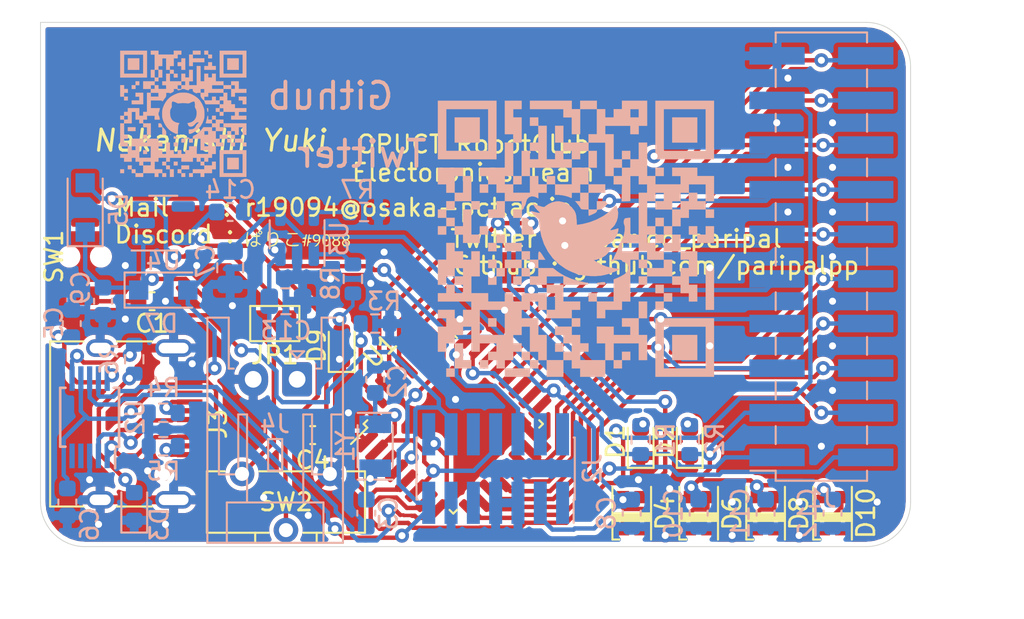
<source format=kicad_pcb>
(kicad_pcb (version 20171130) (host pcbnew "(5.1.4)-1")
  (layers (0 F.Cu signal) (31 B.Cu signal) (34 B.Paste user) (35 F.Paste user) (36 B.SilkS user) (37 F.SilkS user) (38 B.Mask user) (39 F.Mask user) (44 Edge.Cuts user))
  (net 0 "")
  (net 1 GND)
  (net 2 RST)
  (net 3 MCO)
  (net 4 "Net-(C3-Pad1)")
  (net 5 +3V3)
  (net 6 "Net-(C5-Pad1)")
  (net 7 VCC)
  (net 8 Reg_in)
  (net 9 +BATT)
  (net 10 "Net-(D1-Pad2)")
  (net 11 "Net-(D2-Pad2)")
  (net 12 "Net-(D3-Pad2)")
  (net 13 "Net-(D4-Pad1)")
  (net 14 NeoPixel)
  (net 15 "Net-(D6-Pad1)")
  (net 16 "Net-(D10-Pad3)")
  (net 17 "Net-(D9-Pad2)")
  (net 18 "Net-(D10-Pad1)")
  (net 19 PA12)
  (net 20 PA11)
  (net 21 PA1)
  (net 22 PA10)
  (net 23 PB7)
  (net 24 PA9)
  (net 25 PB6)
  (net 26 PA8)
  (net 27 PB4)
  (net 28 PA7)
  (net 29 PB3)
  (net 30 PA6)
  (net 31 PB1)
  (net 32 PA5)
  (net 33 PB0)
  (net 34 PA4)
  (net 35 PA3)
  (net 36 VCP_TX)
  (net 37 VCP_RX)
  (net 38 "Net-(J2-Pad10)")
  (net 39 "Net-(J2-Pad9)")
  (net 40 SWCLK)
  (net 41 SWDIO)
  (net 42 "Net-(J2-Pad2)")
  (net 43 "Net-(J2-Pad1)")
  (net 44 "Net-(J3-PadB8)")
  (net 45 "Net-(J3-PadA5)")
  (net 46 "Net-(J3-PadA7)")
  (net 47 "Net-(J3-PadA6)")
  (net 48 "Net-(J3-PadA8)")
  (net 49 "Net-(J3-PadB5)")
  (net 50 EN)
  (net 51 "Net-(R3-Pad2)")
  (net 52 "Net-(R6-Pad1)")
  (net 53 "Net-(R7-Pad2)")
  (net 54 chg_stt)
  (net 55 "Net-(U2-Pad5)")
  (net 56 "Net-(U2-Pad4)")
  (net 57 "Net-(U4-Pad4)")
  (module kicad_local_lib:github_qr_with_logo_9x9 (layer B.Cu) (at 136.398 89.662 180)
    (fp_text reference G*** hide)
    (fp_text value LOGO hide)
  )
  (module kicad_local_lib:twitter_qr_with_logo_19x19 (layer B.Cu) (at 158.75 96.774 180)
    (fp_text reference G*** hide)
    (fp_text value LOGO hide)
  )
  (module kicad_local_lib:discordname_8x3mm (layer F.Cu) (at 143.256 97.028)
    (fp_text reference G*** hide)
    (fp_text value LOGO hide)
  )
  (module Connector_PinHeader_2.54mm:PinHeader_2x10_P2.54mm_Vertical_SMD (layer B.Cu) (at 172.72 97.79)
    (fp_text reference J1 (at 0 13.76) (layer B.SilkS) (effects (justify mirror)))
    (fp_text value Conn_02x10_Odd_Even)
    (pad 20 smd rect (at 2.525 -11.43) (size 3.15 1) (layers B.Cu B.Paste B.Mask) (net 19 PA12))
    (pad 19 smd rect (at -2.525 -11.43) (size 3.15 1) (layers B.Cu B.Paste B.Mask) (net 1 GND))
    (pad 18 smd rect (at 2.525 -8.89) (size 3.15 1) (layers B.Cu B.Paste B.Mask) (net 20 PA11))
    (pad 17 smd rect (at -2.525 -8.89) (size 3.15 1) (layers B.Cu B.Paste B.Mask) (net 21 PA1))
    (pad 16 smd rect (at 2.525 -6.35) (size 3.15 1) (layers B.Cu B.Paste B.Mask) (net 22 PA10))
    (pad 15 smd rect (at -2.525 -6.35) (size 3.15 1) (layers B.Cu B.Paste B.Mask) (net 23 PB7))
    (pad 14 smd rect (at 2.525 -3.81) (size 3.15 1) (layers B.Cu B.Paste B.Mask) (net 24 PA9))
    (pad 13 smd rect (at -2.525 -3.81) (size 3.15 1) (layers B.Cu B.Paste B.Mask) (net 25 PB6))
    (pad 12 smd rect (at 2.525 -1.27) (size 3.15 1) (layers B.Cu B.Paste B.Mask) (net 26 PA8))
    (pad 11 smd rect (at -2.525 -1.27) (size 3.15 1) (layers B.Cu B.Paste B.Mask) (net 27 PB4))
    (pad 10 smd rect (at 2.525 1.27) (size 3.15 1) (layers B.Cu B.Paste B.Mask) (net 28 PA7))
    (pad 9 smd rect (at -2.525 1.27) (size 3.15 1) (layers B.Cu B.Paste B.Mask) (net 29 PB3))
    (pad 8 smd rect (at 2.525 3.81) (size 3.15 1) (layers B.Cu B.Paste B.Mask) (net 30 PA6))
    (pad 7 smd rect (at -2.525 3.81) (size 3.15 1) (layers B.Cu B.Paste B.Mask) (net 31 PB1))
    (pad 6 smd rect (at 2.525 6.35) (size 3.15 1) (layers B.Cu B.Paste B.Mask) (net 32 PA5))
    (pad 5 smd rect (at -2.525 6.35) (size 3.15 1) (layers B.Cu B.Paste B.Mask) (net 33 PB0))
    (pad 4 smd rect (at 2.525 8.89) (size 3.15 1) (layers B.Cu B.Paste B.Mask) (net 34 PA4))
    (pad 3 smd rect (at -2.525 8.89) (size 3.15 1) (layers B.Cu B.Paste B.Mask) (net 5 +3V3))
    (pad 2 smd rect (at 2.525 11.43) (size 3.15 1) (layers B.Cu B.Paste B.Mask) (net 35 PA3))
    (pad 1 smd rect (at -2.525 11.43) (size 3.15 1) (layers B.Cu B.Paste B.Mask) (net 7 VCC))
  )
  (module Connector_PinHeader_1.27mm:PinHeader_2x07_P1.27mm_Vertical_SMD (layer B.Cu) (at 154.178 109.855 90)
    (fp_text reference J2 (at 0 5.505 90) (layer B.SilkS) (effects (justify mirror)))
    (fp_text value Conn_02x07_Odd_Even)
    (pad 14 smd rect (at 1.95 -3.81 90) (size 2.4 0.74) (layers B.Cu B.Paste B.Mask) (net 36 VCP_TX))
    (pad 13 smd rect (at -1.95 -3.81 90) (size 2.4 0.74) (layers B.Cu B.Paste B.Mask) (net 37 VCP_RX))
    (pad 12 smd rect (at 1.95 -2.54 90) (size 2.4 0.74) (layers B.Cu B.Paste B.Mask) (net 2 RST))
    (pad 11 smd rect (at -1.95 -2.54 90) (size 2.4 0.74) (layers B.Cu B.Paste B.Mask) (net 1 GND))
    (pad 10 smd rect (at 1.95 -1.27 90) (size 2.4 0.74) (layers B.Cu B.Paste B.Mask) (net 38 "Net-(J2-Pad10)"))
    (pad 9 smd rect (at -1.95 -1.27 90) (size 2.4 0.74) (layers B.Cu B.Paste B.Mask) (net 39 "Net-(J2-Pad9)"))
    (pad 8 smd rect (at 1.95 0 90) (size 2.4 0.74) (layers B.Cu B.Paste B.Mask) (net 3 MCO))
    (pad 7 smd rect (at -1.95 0 90) (size 2.4 0.74) (layers B.Cu B.Paste B.Mask) (net 1 GND))
    (pad 6 smd rect (at 1.95 1.27 90) (size 2.4 0.74) (layers B.Cu B.Paste B.Mask) (net 40 SWCLK))
    (pad 5 smd rect (at -1.95 1.27 90) (size 2.4 0.74) (layers B.Cu B.Paste B.Mask) (net 1 GND))
    (pad 4 smd rect (at 1.95 2.54 90) (size 2.4 0.74) (layers B.Cu B.Paste B.Mask) (net 41 SWDIO))
    (pad 3 smd rect (at -1.95 2.54 90) (size 2.4 0.74) (layers B.Cu B.Paste B.Mask) (net 5 +3V3))
    (pad 2 smd rect (at 1.95 3.81 90) (size 2.4 0.74) (layers B.Cu B.Paste B.Mask) (net 42 "Net-(J2-Pad2)"))
    (pad 1 smd rect (at -1.95 3.81 90) (size 2.4 0.74) (layers B.Cu B.Paste B.Mask) (net 43 "Net-(J2-Pad1)"))
  )
  (module Crystal_additional:Crystal_SMD_SeikoEpson_FC135-2Pin_3.2x1.5mm (layer B.Cu) (at 147.32 108.585 270)
    (fp_text reference Y1 (at 0 1.7 90) (layer B.SilkS) (effects (justify mirror)))
    (fp_text value 32.768kHz)
    (pad 2 smd rect (at 1.25 0 270) (size 1 1.8) (layers B.Cu B.Paste B.Mask) (net 4 "Net-(C3-Pad1)"))
    (pad 1 smd rect (at -1.25 0 270) (size 1 1.8) (layers B.Cu B.Paste B.Mask) (net 3 MCO))
  )
  (module Button_Switch_additional:IS-1245T-G (layer F.Cu) (at 142.24 111.76)
    (fp_text reference SW2 (at 0 0) (layer F.SilkS))
    (fp_text value SW_SPDT)
    (pad 3 thru_hole circle (at 2.5 -1.6) (size 1.4 1.4) (drill 0.8) (layers *.Cu *.Mask) (net 1 GND))
    (pad 2 thru_hole circle (at 0 1.6) (size 1.4 1.4) (drill 0.8) (layers *.Cu *.Mask) (net 50 EN))
    (pad 1 thru_hole circle (at -2.5 -1.6) (size 1.4 1.4) (drill 0.8) (layers *.Cu *.Mask) (net 8 Reg_in))
  )
  (module Button_Switch_additional:TVAF06-A020B-R (layer F.Cu) (at 130.81 97.79 180)
    (fp_text reference SW1 (at 1.778 0 90) (layer F.SilkS))
    (fp_text value SW_Push)
    (pad 1 smd roundrect (at 0 2.225 180) (size 1.6 1.05) (layers F.Cu F.Paste F.Mask) (roundrect_rratio 0.125) (net 1 GND))
    (pad 2 smd roundrect (at 0 -2.225 180) (size 1.6 1.05) (layers F.Cu F.Paste F.Mask) (roundrect_rratio 0.125) (net 2 RST))
    (pad "" np_thru_hole circle (at 0.9 0 180) (size 0.75 0.75) (drill 0.75) (layers *.Cu *.Mask))
    (pad "" np_thru_hole circle (at -0.9 0 180) (size 0.75 0.75) (drill 0.75) (layers *.Cu *.Mask))
  )
  (module Package_TO_SOT_SMD:TSOT-23-5 (layer B.Cu) (at 135.255 95.885)
    (fp_text reference U4 (at 0 2.159) (layer B.SilkS) (effects (justify mirror)))
    (fp_text value ADP151_TSOT)
    (pad 5 smd roundrect (at 1.1375 0.95) (size 1.325 0.6) (layers B.Cu B.Paste B.Mask) (net 5 +3V3))
    (pad 4 smd roundrect (at 1.1375 -0.95) (size 1.325 0.6) (layers B.Cu B.Paste B.Mask) (net 57 "Net-(U4-Pad4)"))
    (pad 3 smd roundrect (at -1.1375 -0.95) (size 1.325 0.6) (layers B.Cu B.Paste B.Mask) (net 50 EN))
    (pad 2 smd roundrect (at -1.1375 0) (size 1.325 0.6) (layers B.Cu B.Paste B.Mask) (net 1 GND))
    (pad 1 smd roundrect (at -1.1375 0.95) (size 1.325 0.6) (layers B.Cu B.Paste B.Mask) (net 8 Reg_in))
  )
  (module Package_TO_SOT_SMD:SOT-23-5 (layer B.Cu) (at 142.875 96.52 90)
    (fp_text reference U3 (at -0.254 2.4 90) (layer B.SilkS) (effects (justify mirror)))
    (fp_text value MCP73831-2-OT)
    (pad 5 smd roundrect (at 1.1375 0.95 90) (size 1.325 0.6) (layers B.Cu B.Paste B.Mask) (net 53 "Net-(R7-Pad2)"))
    (pad 4 smd roundrect (at 1.1375 -0.95 90) (size 1.325 0.6) (layers B.Cu B.Paste B.Mask) (net 7 VCC))
    (pad 3 smd roundrect (at -1.1375 -0.95 90) (size 1.325 0.6) (layers B.Cu B.Paste B.Mask) (net 9 +BATT))
    (pad 2 smd roundrect (at -1.1375 0 90) (size 1.325 0.6) (layers B.Cu B.Paste B.Mask) (net 1 GND))
    (pad 1 smd roundrect (at -1.1375 0.95 90) (size 1.325 0.6) (layers B.Cu B.Paste B.Mask) (net 54 chg_stt))
  )
  (module Package_SO:MSOP-10_3x3mm_P0.5mm (layer B.Cu) (at 131.064 106.934 90)
    (fp_text reference U2 (at 0 2.6 270) (layer B.SilkS) (effects (justify mirror)))
    (fp_text value CH340E)
    (pad 10 smd rect (at 2.2 1 90) (size 1.4 0.3) (layers B.Cu B.Paste B.Mask) (net 6 "Net-(C5-Pad1)"))
    (pad 9 smd rect (at 2.2 0.5 90) (size 1.4 0.3) (layers B.Cu B.Paste B.Mask) (net 36 VCP_TX))
    (pad 8 smd rect (at 2.2 0 90) (size 1.4 0.3) (layers B.Cu B.Paste B.Mask) (net 37 VCP_RX))
    (pad 7 smd rect (at 2.2 -0.5 90) (size 1.4 0.3) (layers B.Cu B.Paste B.Mask) (net 7 VCC))
    (pad 6 smd rect (at 2.2 -1 90) (size 1.4 0.3) (layers B.Cu B.Paste B.Mask) (net 52 "Net-(R6-Pad1)"))
    (pad 5 smd rect (at -2.2 -1 90) (size 1.4 0.3) (layers B.Cu B.Paste B.Mask) (net 55 "Net-(U2-Pad5)"))
    (pad 4 smd rect (at -2.2 -0.5 90) (size 1.4 0.3) (layers B.Cu B.Paste B.Mask) (net 56 "Net-(U2-Pad4)"))
    (pad 3 smd rect (at -2.2 0 90) (size 1.4 0.3) (layers B.Cu B.Paste B.Mask) (net 1 GND))
    (pad 2 smd rect (at -2.2 0.5 90) (size 1.4 0.3) (layers B.Cu B.Paste B.Mask) (net 46 "Net-(J3-PadA7)"))
    (pad 1 smd rect (at -2.2 1 90) (size 1.4 0.3) (layers B.Cu B.Paste B.Mask) (net 47 "Net-(J3-PadA6)"))
  )
  (module Package_QFP:LQFP-32_7x7mm_P0.8mm (layer F.Cu) (at 151.765 107.315 45)
    (fp_text reference U1 (at 0 -5.88 45) (layer F.SilkS))
    (fp_text value STM32F303K8Tx)
    (pad 32 smd roundrect (at -2.8 -4.175 45) (size 0.5 1.5) (layers F.Cu F.Paste F.Mask) (net 1 GND))
    (pad 31 smd roundrect (at -2 -4.175 45) (size 0.5 1.5) (layers F.Cu F.Paste F.Mask) (net 51 "Net-(R3-Pad2)"))
    (pad 30 smd roundrect (at -1.2 -4.175 45) (size 0.5 1.5) (layers F.Cu F.Paste F.Mask) (net 23 PB7))
    (pad 29 smd roundrect (at -0.4 -4.175 45) (size 0.5 1.5) (layers F.Cu F.Paste F.Mask) (net 25 PB6))
    (pad 28 smd roundrect (at 0.4 -4.175 45) (size 0.5 1.5) (layers F.Cu F.Paste F.Mask) (net 14 NeoPixel))
    (pad 27 smd roundrect (at 1.2 -4.175 45) (size 0.5 1.5) (layers F.Cu F.Paste F.Mask) (net 27 PB4))
    (pad 26 smd roundrect (at 2 -4.175 45) (size 0.5 1.5) (layers F.Cu F.Paste F.Mask) (net 29 PB3))
    (pad 25 smd roundrect (at 2.8 -4.175 45) (size 0.5 1.5) (layers F.Cu F.Paste F.Mask) (net 37 VCP_RX))
    (pad 24 smd roundrect (at 4.175 -2.8 45) (size 1.5 0.5) (layers F.Cu F.Paste F.Mask) (net 40 SWCLK))
    (pad 23 smd roundrect (at 4.175 -2 45) (size 1.5 0.5) (layers F.Cu F.Paste F.Mask) (net 41 SWDIO))
    (pad 22 smd roundrect (at 4.175 -1.2 45) (size 1.5 0.5) (layers F.Cu F.Paste F.Mask) (net 19 PA12))
    (pad 21 smd roundrect (at 4.175 -0.4 45) (size 1.5 0.5) (layers F.Cu F.Paste F.Mask) (net 20 PA11))
    (pad 20 smd roundrect (at 4.175 0.4 45) (size 1.5 0.5) (layers F.Cu F.Paste F.Mask) (net 22 PA10))
    (pad 19 smd roundrect (at 4.175 1.2 45) (size 1.5 0.5) (layers F.Cu F.Paste F.Mask) (net 24 PA9))
    (pad 18 smd roundrect (at 4.175 2 45) (size 1.5 0.5) (layers F.Cu F.Paste F.Mask) (net 26 PA8))
    (pad 17 smd roundrect (at 4.175 2.8 45) (size 1.5 0.5) (layers F.Cu F.Paste F.Mask) (net 5 +3V3))
    (pad 16 smd roundrect (at 2.8 4.175 45) (size 0.5 1.5) (layers F.Cu F.Paste F.Mask) (net 1 GND))
    (pad 15 smd roundrect (at 2 4.175 45) (size 0.5 1.5) (layers F.Cu F.Paste F.Mask) (net 31 PB1))
    (pad 14 smd roundrect (at 1.2 4.175 45) (size 0.5 1.5) (layers F.Cu F.Paste F.Mask) (net 33 PB0))
    (pad 13 smd roundrect (at 0.4 4.175 45) (size 0.5 1.5) (layers F.Cu F.Paste F.Mask) (net 28 PA7))
    (pad 12 smd roundrect (at -0.4 4.175 45) (size 0.5 1.5) (layers F.Cu F.Paste F.Mask) (net 30 PA6))
    (pad 11 smd roundrect (at -1.2 4.175 45) (size 0.5 1.5) (layers F.Cu F.Paste F.Mask) (net 32 PA5))
    (pad 10 smd roundrect (at -2 4.175 45) (size 0.5 1.5) (layers F.Cu F.Paste F.Mask) (net 34 PA4))
    (pad 9 smd roundrect (at -2.8 4.175 45) (size 0.5 1.5) (layers F.Cu F.Paste F.Mask) (net 35 PA3))
    (pad 8 smd roundrect (at -4.175 2.8 45) (size 1.5 0.5) (layers F.Cu F.Paste F.Mask) (net 36 VCP_TX))
    (pad 7 smd roundrect (at -4.175 2 45) (size 1.5 0.5) (layers F.Cu F.Paste F.Mask) (net 21 PA1))
    (pad 6 smd roundrect (at -4.175 1.2 45) (size 1.5 0.5) (layers F.Cu F.Paste F.Mask) (net 3 MCO))
    (pad 5 smd roundrect (at -4.175 0.4 45) (size 1.5 0.5) (layers F.Cu F.Paste F.Mask) (net 5 +3V3))
    (pad 4 smd roundrect (at -4.175 -0.4 45) (size 1.5 0.5) (layers F.Cu F.Paste F.Mask) (net 2 RST))
    (pad 3 smd roundrect (at -4.175 -1.2 45) (size 1.5 0.5) (layers F.Cu F.Paste F.Mask) (net 4 "Net-(C3-Pad1)"))
    (pad 2 smd roundrect (at -4.175 -2 45) (size 1.5 0.5) (layers F.Cu F.Paste F.Mask) (net 3 MCO))
    (pad 1 smd roundrect (at -4.175 -2.8 45) (size 1.5 0.5) (layers F.Cu F.Paste F.Mask) (net 5 +3V3))
  )
  (module Resistor_SMD:R_0603_1608Metric (layer B.Cu) (at 146.05 99.06 270)
    (fp_text reference R8 (at 0.254 1.27 90) (layer B.SilkS) (effects (justify mirror)))
    (fp_text value 470Ohm)
    (pad 2 smd roundrect (at 0.825 0 270) (size 0.8 0.95) (layers B.Cu B.Paste B.Mask) (net 17 "Net-(D9-Pad2)"))
    (pad 1 smd roundrect (at -0.825 0 270) (size 0.8 0.95) (layers B.Cu B.Paste B.Mask) (net 54 chg_stt))
  )
  (module Resistor_SMD:R_0603_1608Metric (layer B.Cu) (at 146.685 95.25 180)
    (fp_text reference R7 (at 0.381 1.27) (layer B.SilkS) (effects (justify mirror)))
    (fp_text value 10kOhm)
    (pad 2 smd roundrect (at 0.825 0 180) (size 0.8 0.95) (layers B.Cu B.Paste B.Mask) (net 53 "Net-(R7-Pad2)"))
    (pad 1 smd roundrect (at -0.825 0 180) (size 0.8 0.95) (layers B.Cu B.Paste B.Mask) (net 1 GND))
  )
  (module Resistor_SMD:R_0603_1608Metric (layer B.Cu) (at 133.604 103.632 270)
    (fp_text reference R6 (at 0 1.43 90) (layer B.SilkS) (effects (justify mirror)))
    (fp_text value 470Ohm)
    (pad 2 smd roundrect (at 0.825 0 270) (size 0.8 0.95) (layers B.Cu B.Paste B.Mask) (net 12 "Net-(D3-Pad2)"))
    (pad 1 smd roundrect (at -0.825 0 270) (size 0.8 0.95) (layers B.Cu B.Paste B.Mask) (net 52 "Net-(R6-Pad1)"))
  )
  (module Resistor_SMD:R_0603_1608Metric (layer B.Cu) (at 135.255 108.585)
    (fp_text reference R5 (at 0 1.43 180) (layer B.SilkS) (effects (justify mirror)))
    (fp_text value 5.1kOhm)
    (pad 2 smd roundrect (at 0.825 0) (size 0.8 0.95) (layers B.Cu B.Paste B.Mask) (net 49 "Net-(J3-PadB5)"))
    (pad 1 smd roundrect (at -0.825 0) (size 0.8 0.95) (layers B.Cu B.Paste B.Mask) (net 1 GND))
  )
  (module Resistor_SMD:R_0603_1608Metric (layer B.Cu) (at 135.255 106.68 180)
    (fp_text reference R4 (at 0 1.43) (layer B.SilkS) (effects (justify mirror)))
    (fp_text value 5.1kOhm)
    (pad 2 smd roundrect (at 0.825 0 180) (size 0.8 0.95) (layers B.Cu B.Paste B.Mask) (net 1 GND))
    (pad 1 smd roundrect (at -0.825 0 180) (size 0.8 0.95) (layers B.Cu B.Paste B.Mask) (net 45 "Net-(J3-PadA5)"))
  )
  (module Resistor_SMD:R_0603_1608Metric (layer B.Cu) (at 147.32 101.6 180)
    (fp_text reference R3 (at -0.508 1.27 180) (layer B.SilkS) (effects (justify mirror)))
    (fp_text value 10kOhm)
    (pad 2 smd roundrect (at 0.825 0 180) (size 0.8 0.95) (layers B.Cu B.Paste B.Mask) (net 51 "Net-(R3-Pad2)"))
    (pad 1 smd roundrect (at -0.825 0 180) (size 0.8 0.95) (layers B.Cu B.Paste B.Mask) (net 1 GND))
  )
  (module Resistor_SMD:R_0603_1608Metric (layer B.Cu) (at 165.227 108.204 90)
    (fp_text reference R2 (at 0 1.43 270) (layer B.SilkS) (effects (justify mirror)))
    (fp_text value 4.7kOhm)
    (pad 2 smd roundrect (at 0.825 0 90) (size 0.8 0.95) (layers B.Cu B.Paste B.Mask) (net 11 "Net-(D2-Pad2)"))
    (pad 1 smd roundrect (at -0.825 0 90) (size 0.8 0.95) (layers B.Cu B.Paste B.Mask) (net 5 +3V3))
  )
  (module Resistor_SMD:R_0603_1608Metric (layer B.Cu) (at 162.433 108.204 90)
    (fp_text reference R1 (at 0 1.43 270) (layer B.SilkS) (effects (justify mirror)))
    (fp_text value 4.7kOhm)
    (pad 2 smd roundrect (at 0.825 0 90) (size 0.8 0.95) (layers B.Cu B.Paste B.Mask) (net 10 "Net-(D1-Pad2)"))
    (pad 1 smd roundrect (at -0.825 0 90) (size 0.8 0.95) (layers B.Cu B.Paste B.Mask) (net 7 VCC))
  )
  (module Jumper:SolderJumper-2_P1.3mm_Open_TrianglePad1.0x1.5mm (layer F.Cu) (at 141.605 101.6 180)
    (fp_text reference JP1 (at 0 -1.8) (layer F.SilkS))
    (fp_text value SolderJumper_2_Open)
    (pad 1 smd custom (at -0.725 0 180) (size 0.3 0.3) (layers F.Cu F.Mask) (net 50 EN) (options (clearance outline) (anchor rect)) (primitives (gr_poly (pts (xy -0.5 -0.75) (xy 0.5 -0.75) (xy 1 0) (xy 0.5 0.75) (xy -0.5 0.75)) (width 0))))
    (pad 2 smd custom (at 0.725 0 180) (size 0.3 0.3) (layers F.Cu F.Mask) (net 8 Reg_in) (options (clearance outline) (anchor rect)) (primitives (gr_poly (pts (xy -0.65 -0.75) (xy 0.5 -0.75) (xy 0.5 0.75) (xy -0.65 0.75) (xy -0.15 0)) (width 0))))
  )
  (module Connector_JST:JST_XA_S02B-XASK-1N-BN_1x02_P2.50mm_Horizontal (layer B.Cu) (at 142.875 104.775 180)
    (fp_text reference J4 (at 1.27 -2.54) (layer B.SilkS) (effects (justify mirror)))
    (fp_text value Conn_01x02_Female)
    (pad 2 thru_hole oval (at 2.5 0 180) (size 1.7 1.95) (drill 0.95) (layers *.Cu *.Mask) (net 1 GND))
    (pad 1 thru_hole roundrect (at 0 0 180) (size 1.7 1.95) (drill 0.95) (layers *.Cu *.Mask) (roundrect_rratio 0.147059) (net 9 +BATT))
  )
  (module Connector_USB:USB_C_Receptacle_HRO_TYPE-C-31-M-12 (layer F.Cu) (at 132.715 107.315 270)
    (fp_text reference J3 (at 0 -5.645 90) (layer F.SilkS))
    (fp_text value USB_C_Receptacle_USB2.0)
    (pad B1 smd rect (at 3.25 -4.045 270) (size 0.6 1.45) (layers F.Cu F.Paste F.Mask) (net 1 GND))
    (pad A9 smd rect (at 2.45 -4.045 270) (size 0.6 1.45) (layers F.Cu F.Paste F.Mask) (net 7 VCC))
    (pad B9 smd rect (at -2.45 -4.045 270) (size 0.6 1.45) (layers F.Cu F.Paste F.Mask) (net 7 VCC))
    (pad B12 smd rect (at -3.25 -4.045 270) (size 0.6 1.45) (layers F.Cu F.Paste F.Mask) (net 1 GND))
    (pad A1 smd rect (at -3.25 -4.045 270) (size 0.6 1.45) (layers F.Cu F.Paste F.Mask) (net 1 GND))
    (pad A4 smd rect (at -2.45 -4.045 270) (size 0.6 1.45) (layers F.Cu F.Paste F.Mask) (net 7 VCC))
    (pad B4 smd rect (at 2.45 -4.045 270) (size 0.6 1.45) (layers F.Cu F.Paste F.Mask) (net 7 VCC))
    (pad A12 smd rect (at 3.25 -4.045 270) (size 0.6 1.45) (layers F.Cu F.Paste F.Mask) (net 1 GND))
    (pad B8 smd rect (at -1.75 -4.045 270) (size 0.3 1.45) (layers F.Cu F.Paste F.Mask) (net 44 "Net-(J3-PadB8)"))
    (pad A5 smd rect (at -1.25 -4.045 270) (size 0.3 1.45) (layers F.Cu F.Paste F.Mask) (net 45 "Net-(J3-PadA5)"))
    (pad B7 smd rect (at -0.75 -4.045 270) (size 0.3 1.45) (layers F.Cu F.Paste F.Mask) (net 46 "Net-(J3-PadA7)"))
    (pad A7 smd rect (at 0.25 -4.045 270) (size 0.3 1.45) (layers F.Cu F.Paste F.Mask) (net 46 "Net-(J3-PadA7)"))
    (pad B6 smd rect (at 0.75 -4.045 270) (size 0.3 1.45) (layers F.Cu F.Paste F.Mask) (net 47 "Net-(J3-PadA6)"))
    (pad A8 smd rect (at 1.25 -4.045 270) (size 0.3 1.45) (layers F.Cu F.Paste F.Mask) (net 48 "Net-(J3-PadA8)"))
    (pad B5 smd rect (at 1.75 -4.045 270) (size 0.3 1.45) (layers F.Cu F.Paste F.Mask) (net 49 "Net-(J3-PadB5)"))
    (pad A6 smd rect (at -0.25 -4.045 270) (size 0.3 1.45) (layers F.Cu F.Paste F.Mask) (net 47 "Net-(J3-PadA6)"))
    (pad S1 thru_hole oval (at 4.32 -3.13 270) (size 1 2.1) (drill oval 0.6 1.7) (layers *.Cu *.Mask) (net 1 GND))
    (pad S1 thru_hole oval (at -4.32 -3.13 270) (size 1 2.1) (drill oval 0.6 1.7) (layers *.Cu *.Mask) (net 1 GND))
    (pad "" np_thru_hole circle (at -2.89 -2.6 270) (size 0.65 0.65) (drill 0.65) (layers *.Cu *.Mask))
    (pad S1 thru_hole oval (at -4.32 1.05 270) (size 1 1.6) (drill oval 0.6 1.2) (layers *.Cu *.Mask) (net 1 GND))
    (pad "" np_thru_hole circle (at 2.89 -2.6 270) (size 0.65 0.65) (drill 0.65) (layers *.Cu *.Mask))
    (pad S1 thru_hole oval (at 4.32 1.05 270) (size 1 1.6) (drill oval 0.6 1.2) (layers *.Cu *.Mask) (net 1 GND))
  )
  (module LED_additional:LED_2020Metric_WS2812C_2.0x2.0mm_P1.0mm (layer F.Cu) (at 173.355 112.395 270)
    (fp_text reference D10 (at 0 -1.9 90) (layer F.SilkS))
    (fp_text value WS2812C)
    (pad 1 smd rect (at 0.915 0.5 270) (size 0.7 0.7) (layers F.Cu F.Paste F.Mask) (net 18 "Net-(D10-Pad1)"))
    (pad 2 smd rect (at 0.915 -0.5 270) (size 0.7 0.7) (layers F.Cu F.Paste F.Mask) (net 1 GND))
    (pad 4 smd rect (at -0.915 0.5 270) (size 0.7 0.7) (layers F.Cu F.Paste F.Mask) (net 5 +3V3))
    (pad 3 smd rect (at -0.915 -0.5 270) (size 0.7 0.7) (layers F.Cu F.Paste F.Mask) (net 16 "Net-(D10-Pad3)"))
  )
  (module LED_SMD:LED_0603_1608Metric (layer F.Cu) (at 145.415 102.87 90)
    (fp_text reference D9 (at 0 -1.43 90) (layer F.SilkS))
    (fp_text value LED)
    (pad 2 smd roundrect (at 0.7875 0 90) (size 0.875 0.95) (layers F.Cu F.Paste F.Mask) (net 17 "Net-(D9-Pad2)"))
    (pad 1 smd roundrect (at -0.7875 0 90) (size 0.875 0.95) (layers F.Cu F.Paste F.Mask) (net 1 GND))
  )
  (module LED_additional:LED_2020Metric_WS2812C_2.0x2.0mm_P1.0mm (layer F.Cu) (at 169.545 112.395 270)
    (fp_text reference D8 (at 0 -1.9 90) (layer F.SilkS))
    (fp_text value WS2812C)
    (pad 1 smd rect (at 0.915 0.5 270) (size 0.7 0.7) (layers F.Cu F.Paste F.Mask) (net 16 "Net-(D10-Pad3)"))
    (pad 2 smd rect (at 0.915 -0.5 270) (size 0.7 0.7) (layers F.Cu F.Paste F.Mask) (net 1 GND))
    (pad 4 smd rect (at -0.915 0.5 270) (size 0.7 0.7) (layers F.Cu F.Paste F.Mask) (net 5 +3V3))
    (pad 3 smd rect (at -0.915 -0.5 270) (size 0.7 0.7) (layers F.Cu F.Paste F.Mask) (net 15 "Net-(D6-Pad1)"))
  )
  (module Diode_SMD:D_SOD-123F (layer B.Cu) (at 135.255 99.695)
    (fp_text reference D7 (at -0.127 1.905) (layer B.SilkS) (effects (justify mirror)))
    (fp_text value D)
    (pad 2 smd rect (at 1.4 0) (size 1.1 1.1) (layers B.Cu B.Paste B.Mask) (net 7 VCC))
    (pad 1 smd rect (at -1.4 0) (size 1.1 1.1) (layers B.Cu B.Paste B.Mask) (net 8 Reg_in))
  )
  (module LED_additional:LED_2020Metric_WS2812C_2.0x2.0mm_P1.0mm (layer F.Cu) (at 165.735 112.395 270)
    (fp_text reference D6 (at 0 -1.9 90) (layer F.SilkS))
    (fp_text value WS2812C)
    (pad 1 smd rect (at 0.915 0.5 270) (size 0.7 0.7) (layers F.Cu F.Paste F.Mask) (net 15 "Net-(D6-Pad1)"))
    (pad 2 smd rect (at 0.915 -0.5 270) (size 0.7 0.7) (layers F.Cu F.Paste F.Mask) (net 1 GND))
    (pad 4 smd rect (at -0.915 0.5 270) (size 0.7 0.7) (layers F.Cu F.Paste F.Mask) (net 5 +3V3))
    (pad 3 smd rect (at -0.915 -0.5 270) (size 0.7 0.7) (layers F.Cu F.Paste F.Mask) (net 13 "Net-(D4-Pad1)"))
  )
  (module Diode_SMD:D_SOD-123F (layer B.Cu) (at 130.81 94.996 90)
    (fp_text reference D5 (at -0.127 1.905 270) (layer B.SilkS) (effects (justify mirror)))
    (fp_text value D)
    (pad 2 smd rect (at 1.4 0 90) (size 1.1 1.1) (layers B.Cu B.Paste B.Mask) (net 9 +BATT))
    (pad 1 smd rect (at -1.4 0 90) (size 1.1 1.1) (layers B.Cu B.Paste B.Mask) (net 8 Reg_in))
  )
  (module LED_additional:LED_2020Metric_WS2812C_2.0x2.0mm_P1.0mm (layer F.Cu) (at 161.925 112.395 270)
    (fp_text reference D4 (at 0 -1.9 90) (layer F.SilkS))
    (fp_text value WS2812C)
    (pad 1 smd rect (at 0.915 0.5 270) (size 0.7 0.7) (layers F.Cu F.Paste F.Mask) (net 13 "Net-(D4-Pad1)"))
    (pad 2 smd rect (at 0.915 -0.5 270) (size 0.7 0.7) (layers F.Cu F.Paste F.Mask) (net 1 GND))
    (pad 4 smd rect (at -0.915 0.5 270) (size 0.7 0.7) (layers F.Cu F.Paste F.Mask) (net 5 +3V3))
    (pad 3 smd rect (at -0.915 -0.5 270) (size 0.7 0.7) (layers F.Cu F.Paste F.Mask) (net 14 NeoPixel))
  )
  (module LED_SMD:LED_0603_1608Metric (layer B.Cu) (at 133.604 112.014 90)
    (fp_text reference D3 (at -1.016 1.43 270) (layer B.SilkS) (effects (justify mirror)))
    (fp_text value LED)
    (pad 2 smd roundrect (at 0.7875 0 90) (size 0.875 0.95) (layers B.Cu B.Paste B.Mask) (net 12 "Net-(D3-Pad2)"))
    (pad 1 smd roundrect (at -0.7875 0 90) (size 0.875 0.95) (layers B.Cu B.Paste B.Mask) (net 1 GND))
  )
  (module LED_SMD:LED_0603_1608Metric (layer F.Cu) (at 165.227 108.331 90)
    (fp_text reference D2 (at 0 -1.43 90) (layer F.SilkS))
    (fp_text value LED)
    (pad 2 smd roundrect (at 0.7875 0 90) (size 0.875 0.95) (layers F.Cu F.Paste F.Mask) (net 11 "Net-(D2-Pad2)"))
    (pad 1 smd roundrect (at -0.7875 0 90) (size 0.875 0.95) (layers F.Cu F.Paste F.Mask) (net 1 GND))
  )
  (module LED_SMD:LED_0603_1608Metric (layer F.Cu) (at 162.433 108.331 90)
    (fp_text reference D1 (at 0 -1.43 90) (layer F.SilkS))
    (fp_text value LED)
    (pad 2 smd roundrect (at 0.7875 0 90) (size 0.875 0.95) (layers F.Cu F.Paste F.Mask) (net 10 "Net-(D1-Pad2)"))
    (pad 1 smd roundrect (at -0.7875 0 90) (size 0.875 0.95) (layers F.Cu F.Paste F.Mask) (net 1 GND))
  )
  (module Capacitor_SMD:C_0603_1608Metric (layer B.Cu) (at 139.065 95.25)
    (fp_text reference C14 (at 0 -1.27) (layer B.SilkS) (effects (justify mirror)))
    (fp_text value 1uF)
    (pad 2 smd roundrect (at 0.775 0) (size 0.9 0.95) (layers B.Cu B.Paste B.Mask) (net 1 GND))
    (pad 1 smd roundrect (at -0.775 0) (size 0.9 0.95) (layers B.Cu B.Paste B.Mask) (net 5 +3V3))
  )
  (module Capacitor_SMD:C_0805_2012Metric (layer B.Cu) (at 142.24 100.33)
    (fp_text reference C13 (at 0 1.68) (layer B.SilkS) (effects (justify mirror)))
    (fp_text value 10uF)
    (pad 2 smd roundrect (at 0.95 0) (size 1 1.45) (layers B.Cu B.Paste B.Mask) (net 1 GND))
    (pad 1 smd roundrect (at -0.95 0) (size 1 1.45) (layers B.Cu B.Paste B.Mask) (net 9 +BATT))
  )
  (module Capacitor_SMD:C_0603_1608Metric (layer B.Cu) (at 173.355 112.395 270)
    (fp_text reference C12 (at 0 1.43 90) (layer B.SilkS) (effects (justify mirror)))
    (fp_text value 0.1uF)
    (pad 2 smd roundrect (at 0.775 0 270) (size 0.9 0.95) (layers B.Cu B.Paste B.Mask) (net 1 GND))
    (pad 1 smd roundrect (at -0.775 0 270) (size 0.9 0.95) (layers B.Cu B.Paste B.Mask) (net 5 +3V3))
  )
  (module Capacitor_SMD:C_0603_1608Metric (layer B.Cu) (at 169.545 112.395 270)
    (fp_text reference C11 (at 0 1.43 90) (layer B.SilkS) (effects (justify mirror)))
    (fp_text value 0.1uF)
    (pad 2 smd roundrect (at 0.775 0 270) (size 0.9 0.95) (layers B.Cu B.Paste B.Mask) (net 1 GND))
    (pad 1 smd roundrect (at -0.775 0 270) (size 0.9 0.95) (layers B.Cu B.Paste B.Mask) (net 5 +3V3))
  )
  (module Capacitor_SMD:C_0603_1608Metric (layer B.Cu) (at 165.735 112.395 270)
    (fp_text reference C10 (at 0 1.43 90) (layer B.SilkS) (effects (justify mirror)))
    (fp_text value 0.1uF)
    (pad 2 smd roundrect (at 0.775 0 270) (size 0.9 0.95) (layers B.Cu B.Paste B.Mask) (net 1 GND))
    (pad 1 smd roundrect (at -0.775 0 270) (size 0.9 0.95) (layers B.Cu B.Paste B.Mask) (net 5 +3V3))
  )
  (module Capacitor_SMD:C_0603_1608Metric (layer B.Cu) (at 131.826 100.33 270)
    (fp_text reference C9 (at -0.762 1.27 90) (layer B.SilkS) (effects (justify mirror)))
    (fp_text value 1uF)
    (pad 2 smd roundrect (at 0.775 0 270) (size 0.9 0.95) (layers B.Cu B.Paste B.Mask) (net 1 GND))
    (pad 1 smd roundrect (at -0.775 0 270) (size 0.9 0.95) (layers B.Cu B.Paste B.Mask) (net 8 Reg_in))
  )
  (module Capacitor_SMD:C_0603_1608Metric (layer B.Cu) (at 161.925 112.395 270)
    (fp_text reference C8 (at 0 1.43 90) (layer B.SilkS) (effects (justify mirror)))
    (fp_text value 0.1uF)
    (pad 2 smd roundrect (at 0.775 0 270) (size 0.9 0.95) (layers B.Cu B.Paste B.Mask) (net 1 GND))
    (pad 1 smd roundrect (at -0.775 0 270) (size 0.9 0.95) (layers B.Cu B.Paste B.Mask) (net 5 +3V3))
  )
  (module Capacitor_SMD:C_0805_2012Metric (layer B.Cu) (at 139.065 98.425 270)
    (fp_text reference C7 (at -0.381 1.397 90) (layer B.SilkS) (effects (justify mirror)))
    (fp_text value 10uF)
    (pad 2 smd roundrect (at 0.95 0 270) (size 1 1.45) (layers B.Cu B.Paste B.Mask) (net 1 GND))
    (pad 1 smd roundrect (at -0.95 0 270) (size 1 1.45) (layers B.Cu B.Paste B.Mask) (net 7 VCC))
  )
  (module Capacitor_SMD:C_0603_1608Metric (layer B.Cu) (at 129.794 111.76 270)
    (fp_text reference C6 (at 1.27 -1.27 270) (layer B.SilkS) (effects (justify mirror)))
    (fp_text value 0.1uF)
    (pad 2 smd roundrect (at 0.775 0 270) (size 0.9 0.95) (layers B.Cu B.Paste B.Mask) (net 1 GND))
    (pad 1 smd roundrect (at -0.775 0 270) (size 0.9 0.95) (layers B.Cu B.Paste B.Mask) (net 7 VCC))
  )
  (module Capacitor_SMD:C_0603_1608Metric (layer B.Cu) (at 130.048 101.6 90)
    (fp_text reference C5 (at 0 -1.016 90) (layer B.SilkS) (effects (justify mirror)))
    (fp_text value 0.1uF)
    (pad 2 smd roundrect (at 0.775 0 90) (size 0.9 0.95) (layers B.Cu B.Paste B.Mask) (net 1 GND))
    (pad 1 smd roundrect (at -0.775 0 90) (size 0.9 0.95) (layers B.Cu B.Paste B.Mask) (net 6 "Net-(C5-Pad1)"))
  )
  (module Capacitor_SMD:C_0603_1608Metric (layer F.Cu) (at 143.764 107.95 180)
    (fp_text reference C4 (at 0 -1.43) (layer F.SilkS))
    (fp_text value 0.1uF)
    (pad 2 smd roundrect (at 0.775 0 180) (size 0.9 0.95) (layers F.Cu F.Paste F.Mask) (net 1 GND))
    (pad 1 smd roundrect (at -0.775 0 180) (size 0.9 0.95) (layers F.Cu F.Paste F.Mask) (net 5 +3V3))
  )
  (module Capacitor_SMD:C_0603_1608Metric (layer B.Cu) (at 146.812 112.395 270)
    (fp_text reference C3 (at 0 -1.27 270) (layer B.SilkS) (effects (justify mirror)))
    (fp_text value 15pF)
    (pad 2 smd roundrect (at 0.775 0 270) (size 0.9 0.95) (layers B.Cu B.Paste B.Mask) (net 1 GND))
    (pad 1 smd roundrect (at -0.775 0 270) (size 0.9 0.95) (layers B.Cu B.Paste B.Mask) (net 4 "Net-(C3-Pad1)"))
  )
  (module Capacitor_SMD:C_0603_1608Metric (layer B.Cu) (at 147.32 104.775 270)
    (fp_text reference C2 (at 0.127 -1.27 270) (layer B.SilkS) (effects (justify mirror)))
    (fp_text value 15pF)
    (pad 2 smd roundrect (at 0.775 0 270) (size 0.9 0.95) (layers B.Cu B.Paste B.Mask) (net 3 MCO))
    (pad 1 smd roundrect (at -0.775 0 270) (size 0.9 0.95) (layers B.Cu B.Paste B.Mask) (net 1 GND))
  )
  (module Capacitor_SMD:C_0603_1608Metric (layer F.Cu) (at 134.62 100.33)
    (fp_text reference C1 (at 0 1.27) (layer F.SilkS))
    (fp_text value 0.1uF)
    (pad 2 smd roundrect (at 0.775 0) (size 0.9 0.95) (layers F.Cu F.Paste F.Mask) (net 1 GND))
    (pad 1 smd roundrect (at -0.775 0) (size 0.9 0.95) (layers F.Cu F.Paste F.Mask) (net 2 RST))
  )
  (gr_text Twitter (at 146.558 91.948) (layer B.SilkS) (effects (font (size 1.5 1.5) (thickness 0.22)) (justify mirror)))
  (gr_text Github (at 144.78 88.646) (layer B.SilkS) (effects (font (size 1.5 1.5) (thickness 0.22)) (justify mirror)))
  (gr_text "Github : github.com/paripalpp" (at 163.322 98.298) (layer F.SilkS) (effects (font (size 1 1))))
  (gr_text "Twitter : @parico_paripal" (at 161.036 96.774) (layer F.SilkS) (effects (font (size 1 1))))
  (gr_text "Discord :" (at 135.89 96.52) (layer F.SilkS) (effects (font (size 1 1))))
  (gr_text "Mail    : r19094@osaka-pct.ac.jp" (at 145.542 94.996) (layer F.SilkS) (effects (font (size 1 1))))
  (gr_text "OPUCT RobotClub\nElectoronics Team" (at 152.908 92.202) (layer F.SilkS) (effects (font (size 1 1))))
  (gr_text "Nakanishi Yuki\n" (at 137.922 91.186) (layer F.SilkS) (effects (font (size 1.2 1.2) (thickness 0.18) italic)))
  (gr_line (start 175.26 114.3) (end 130.81 114.3) (layer Edge.Cuts) (width 0.05))
  (gr_line (start 177.8 86.995) (end 177.8 111.76) (layer Edge.Cuts) (width 0.05))
  (gr_line (start 128.27 84.455) (end 175.26 84.455) (layer Edge.Cuts) (width 0.05))
  (gr_line (start 128.27 111.76) (end 128.27 84.455) (layer Edge.Cuts) (width 0.05))
  (gr_arc (start 130.81 111.76) (end 128.27 111.76) (angle -90) (layer Edge.Cuts) (width 0.05))
  (gr_arc (start 175.26 86.995) (end 177.8 86.995) (angle -90) (layer Edge.Cuts) (width 0.05))
  (gr_arc (start 175.26 111.76) (end 175.26 114.3) (angle -90) (layer Edge.Cuts) (width 0.05))
  (via (at 135.382 100.33) (size 0.8) (drill 0.4) (layers F.Cu B.Cu) (net 1))
  (via (at 136.906 103.886) (size 0.8) (drill 0.4) (layers F.Cu B.Cu) (net 1))
  (via (at 145.288 103.632) (size 0.8) (drill 0.4) (layers F.Cu B.Cu) (net 1))
  (via (at 166.37 102.87) (size 0.8) (drill 0.4) (layers F.Cu B.Cu) (net 1))
  (via (at 166.37 98.425) (size 0.8) (drill 0.4) (layers F.Cu B.Cu) (net 1))
  (via (at 170.18 90.17) (size 0.8) (drill 0.4) (layers F.Cu B.Cu) (net 1))
  (via (at 170.815 87.63) (size 0.8) (drill 0.4) (layers F.Cu B.Cu) (net 1))
  (via (at 170.815 95.25) (size 0.8) (drill 0.4) (layers F.Cu B.Cu) (net 1))
  (via (at 170.815 92.71) (size 0.8) (drill 0.4) (layers F.Cu B.Cu) (net 1))
  (via (at 173.355 92.71) (size 0.8) (drill 0.4) (layers F.Cu B.Cu) (net 1))
  (via (at 173.355 90.17) (size 0.8) (drill 0.4) (layers F.Cu B.Cu) (net 1))
  (via (at 173.355 95.25) (size 0.8) (drill 0.4) (layers F.Cu B.Cu) (net 1))
  (via (at 173.355 97.79) (size 0.8) (drill 0.4) (layers F.Cu B.Cu) (net 1))
  (via (at 173.355 100.33) (size 0.8) (drill 0.4) (layers F.Cu B.Cu) (net 1))
  (via (at 173.355 102.87) (size 0.8) (drill 0.4) (layers F.Cu B.Cu) (net 1))
  (via (at 173.355 105.41) (size 0.8) (drill 0.4) (layers F.Cu B.Cu) (net 1))
  (via (at 172.72 108.585) (size 0.8) (drill 0.4) (layers F.Cu B.Cu) (net 1))
  (via (at 175.895 111.76) (size 0.8) (drill 0.4) (layers F.Cu B.Cu) (net 1))
  (via (at 171.45 113.665) (size 0.8) (drill 0.4) (layers F.Cu B.Cu) (net 1))
  (via (at 167.64 113.665) (size 0.8) (drill 0.4) (layers F.Cu B.Cu) (net 1))
  (via (at 163.83 113.665) (size 0.8) (drill 0.4) (layers F.Cu B.Cu) (net 1))
  (via (at 167.64 111.76) (size 0.8) (drill 0.4) (layers F.Cu B.Cu) (net 1))
  (via (at 171.45 111.76) (size 0.8) (drill 0.4) (layers F.Cu B.Cu) (net 1))
  (via (at 164.084 110.998) (size 0.8) (drill 0.4) (layers F.Cu B.Cu) (net 1))
  (via (at 151.892 105.918) (size 0.8) (drill 0.4) (layers F.Cu B.Cu) (net 1))
  (via (at 152.146 101.346) (size 0.8) (drill 0.4) (layers F.Cu B.Cu) (net 1))
  (via (at 154.686 100.838) (size 0.8) (drill 0.4) (layers F.Cu B.Cu) (net 1))
  (via (at 153.924 98.806) (size 0.8) (drill 0.4) (layers F.Cu B.Cu) (net 1))
  (via (at 156.21 98.298) (size 0.8) (drill 0.4) (layers F.Cu B.Cu) (net 1))
  (via (at 157.988 95.758) (size 0.8) (drill 0.4) (layers F.Cu B.Cu) (net 1))
  (via (at 147.828 97.536) (size 0.8) (drill 0.4) (layers F.Cu B.Cu) (net 1))
  (via (at 145.796 106.68) (size 0.8) (drill 0.4) (layers F.Cu B.Cu) (net 1))
  (via (at 144.78 99.06) (size 0.8) (drill 0.4) (layers F.Cu B.Cu) (net 1))
  (via (at 131.064 110.49) (size 0.8) (drill 0.4) (layers F.Cu B.Cu) (net 1))
  (segment (start 131.064 110.49) (end 131.064 109.134) (width 0.25) (layer B.Cu) (net 1))
  (via (at 131.572 113.03) (size 0.8) (drill 0.4) (layers F.Cu B.Cu) (net 1))
  (via (at 134.366 109.982) (size 0.8) (drill 0.4) (layers F.Cu B.Cu) (net 1))
  (via (at 135.382 113.03) (size 0.8) (drill 0.4) (layers F.Cu B.Cu) (net 1))
  (via (at 140.97 111.506) (size 0.8) (drill 0.4) (layers F.Cu B.Cu) (net 1))
  (via (at 143.51 112.522) (size 0.8) (drill 0.4) (layers F.Cu B.Cu) (net 1))
  (segment (start 146.812 113.17) (end 146.812 113.03) (width 0.25) (layer B.Cu) (net 1))
  (segment (start 146.812 113.03) (end 145.796 112.014) (width 0.25) (layer B.Cu) (net 1))
  (via (at 133.096 101.346) (size 0.8) (drill 0.4) (layers F.Cu B.Cu) (net 1))
  (via (at 133.096 98.298) (size 0.8) (drill 0.4) (layers F.Cu B.Cu) (net 1))
  (via (at 139.192 100.584) (size 0.8) (drill 0.4) (layers F.Cu B.Cu) (net 1))
  (via (at 137.16 98.298) (size 0.8) (drill 0.4) (layers F.Cu B.Cu) (net 1))
  (segment (start 147.32 104) (end 147.32 104.14) (width 0.25) (layer B.Cu) (net 1))
  (segment (start 147.32 104.14) (end 146.304 105.156) (width 0.25) (layer B.Cu) (net 1))
  (via (at 147.066 99.314) (size 0.8) (drill 0.4) (layers F.Cu B.Cu) (net 1))
  (via (at 162.306 110.49) (size 0.8) (drill 0.4) (layers F.Cu B.Cu) (net 1))
  (segment (start 131.125 100.33) (end 130.81 100.015) (width 0.25) (layer F.Cu) (net 2))
  (segment (start 133.845 100.33) (end 131.125 100.33) (width 0.25) (layer F.Cu) (net 2))
  (segment (start 151.638 107.905) (end 151.638 107.075) (width 0.25) (layer B.Cu) (net 2))
  (segment (start 149.737999 106.379999) (end 149.606 106.511998) (width 0.25) (layer B.Cu) (net 2))
  (segment (start 151.638 107.075) (end 150.942999 106.379999) (width 0.25) (layer B.Cu) (net 2))
  (segment (start 150.942999 106.379999) (end 149.737999 106.379999) (width 0.25) (layer B.Cu) (net 2))
  (segment (start 149.606 106.511998) (end 149.606 107.696) (width 0.25) (layer B.Cu) (net 2))
  (segment (start 149.606 107.696) (end 149.606 108.204) (width 0.25) (layer B.Cu) (net 2))
  (segment (start 149.606 109.000011) (end 149.386011 109.22) (width 0.25) (layer B.Cu) (net 2))
  (segment (start 148.529986 109.984328) (end 149.294314 109.22) (width 0.25) (layer F.Cu) (net 2))
  (via (at 149.386011 109.22) (size 0.8) (drill 0.4) (layers F.Cu B.Cu) (net 2))
  (segment (start 149.606 107.696) (end 149.606 109.000011) (width 0.25) (layer B.Cu) (net 2))
  (segment (start 149.294314 109.22) (end 149.386011 109.22) (width 0.25) (layer F.Cu) (net 2))
  (via (at 139.7 103.124) (size 0.8) (drill 0.4) (layers F.Cu B.Cu) (net 2))
  (segment (start 134.17001 101.13001) (end 137.70601 101.13001) (width 0.25) (layer F.Cu) (net 2))
  (segment (start 137.70601 101.13001) (end 139.7 103.124) (width 0.25) (layer F.Cu) (net 2))
  (segment (start 133.845 100.33) (end 133.845 100.805) (width 0.25) (layer F.Cu) (net 2))
  (segment (start 133.845 100.805) (end 134.17001 101.13001) (width 0.25) (layer F.Cu) (net 2))
  (segment (start 150.942999 105.936791) (end 150.942999 106.379999) (width 0.25) (layer B.Cu) (net 2))
  (segment (start 146.842176 103.22499) (end 148.231198 103.22499) (width 0.25) (layer B.Cu) (net 2))
  (segment (start 144.62299 105.444176) (end 146.842176 103.22499) (width 0.25) (layer B.Cu) (net 2))
  (segment (start 144.62299 106.07501) (end 144.62299 105.444176) (width 0.25) (layer B.Cu) (net 2))
  (segment (start 139.7 103.124) (end 140.510715 103.124) (width 0.25) (layer B.Cu) (net 2))
  (segment (start 148.231198 103.22499) (end 150.942999 105.936791) (width 0.25) (layer B.Cu) (net 2))
  (segment (start 141.69999 105.73818) (end 142.03682 106.07501) (width 0.25) (layer B.Cu) (net 2))
  (segment (start 140.510715 103.124) (end 141.69999 104.313275) (width 0.25) (layer B.Cu) (net 2))
  (segment (start 141.69999 104.313275) (end 141.69999 105.73818) (width 0.25) (layer B.Cu) (net 2))
  (segment (start 142.03682 106.07501) (end 144.62299 106.07501) (width 0.25) (layer B.Cu) (net 2))
  (segment (start 147.32 107.335) (end 147.32 105.55) (width 0.25) (layer B.Cu) (net 3))
  (via (at 150.622 109.982) (size 0.8) (drill 0.4) (layers F.Cu B.Cu) (net 3))
  (segment (start 152.931 109.982) (end 150.622 109.982) (width 0.25) (layer B.Cu) (net 3))
  (segment (start 154.178 108.735) (end 152.931 109.982) (width 0.25) (layer B.Cu) (net 3))
  (segment (start 154.178 107.905) (end 154.178 108.735) (width 0.25) (layer B.Cu) (net 3))
  (segment (start 150.622 110.155056) (end 149.661357 111.115699) (width 0.25) (layer F.Cu) (net 3))
  (segment (start 150.622 109.982) (end 150.622 110.155056) (width 0.25) (layer F.Cu) (net 3))
  (via (at 148.430979 106.802036) (size 0.8) (drill 0.4) (layers F.Cu B.Cu) (net 3))
  (segment (start 147.852964 106.802036) (end 147.865294 106.802036) (width 0.25) (layer B.Cu) (net 3))
  (segment (start 147.865294 106.802036) (end 148.430979 106.802036) (width 0.25) (layer B.Cu) (net 3))
  (segment (start 148.430979 107.820594) (end 148.430979 107.367721) (width 0.25) (layer F.Cu) (net 3))
  (segment (start 148.430979 107.367721) (end 148.430979 106.802036) (width 0.25) (layer F.Cu) (net 3))
  (segment (start 147.398616 108.852957) (end 148.430979 107.820594) (width 0.25) (layer F.Cu) (net 3))
  (segment (start 147.32 107.335) (end 147.852964 106.802036) (width 0.25) (layer B.Cu) (net 3))
  (segment (start 149.469267 108.251918) (end 147.999655 108.251918) (width 0.25) (layer F.Cu) (net 3))
  (segment (start 150.111021 108.893672) (end 149.469267 108.251918) (width 0.25) (layer F.Cu) (net 3))
  (segment (start 150.111021 109.471021) (end 150.111021 108.893672) (width 0.25) (layer F.Cu) (net 3))
  (segment (start 150.622 109.982) (end 150.111021 109.471021) (width 0.25) (layer F.Cu) (net 3))
  (segment (start 147.999655 108.251918) (end 147.398616 108.852957) (width 0.25) (layer F.Cu) (net 3))
  (via (at 147.035578 110.422175) (size 0.8) (drill 0.4) (layers F.Cu B.Cu) (net 4))
  (segment (start 147.964301 109.493452) (end 147.435577 110.022176) (width 0.25) (layer F.Cu) (net 4))
  (segment (start 147.435577 110.022176) (end 147.035578 110.422175) (width 0.25) (layer F.Cu) (net 4))
  (segment (start 147.964301 109.418643) (end 147.964301 109.493452) (width 0.25) (layer F.Cu) (net 4))
  (segment (start 147.035578 109.85649) (end 147.035578 110.422175) (width 0.25) (layer B.Cu) (net 4))
  (segment (start 147.057068 109.835) (end 147.035578 109.85649) (width 0.25) (layer B.Cu) (net 4))
  (segment (start 147.32 109.835) (end 147.057068 109.835) (width 0.25) (layer B.Cu) (net 4))
  (segment (start 146.812 110.343) (end 147.32 109.835) (width 0.25) (layer B.Cu) (net 4))
  (segment (start 146.812 111.62) (end 146.812 110.343) (width 0.25) (layer B.Cu) (net 4))
  (segment (start 164.635 111.48) (end 165.235 111.48) (width 0.25) (layer F.Cu) (net 5))
  (segment (start 163.959999 112.155001) (end 164.635 111.48) (width 0.25) (layer F.Cu) (net 5))
  (segment (start 161.500001 112.155001) (end 163.959999 112.155001) (width 0.25) (layer F.Cu) (net 5))
  (segment (start 161.425 111.48) (end 161.425 111.625) (width 0.25) (layer F.Cu) (net 5))
  (segment (start 161.425 112.08) (end 161.500001 112.155001) (width 0.25) (layer F.Cu) (net 5))
  (segment (start 172.255 111.48) (end 172.855 111.48) (width 0.25) (layer F.Cu) (net 5))
  (segment (start 171.579999 110.804999) (end 172.255 111.48) (width 0.25) (layer F.Cu) (net 5))
  (segment (start 169.120001 110.804999) (end 171.579999 110.804999) (width 0.25) (layer F.Cu) (net 5))
  (segment (start 169.045 110.88) (end 169.120001 110.804999) (width 0.25) (layer F.Cu) (net 5))
  (segment (start 161.425 111.48) (end 161.425 111.625) (width 0.25) (layer F.Cu) (net 5))
  (segment (start 161.531 112.014) (end 161.925 111.62) (width 0.25) (layer B.Cu) (net 5))
  (segment (start 161.036 112.014) (end 161.531 112.014) (width 0.25) (layer B.Cu) (net 5))
  (via (at 169.045 110.88) (size 0.8) (drill 0.4) (layers F.Cu B.Cu) (net 5))
  (segment (start 169.045 111.12) (end 169.545 111.62) (width 0.25) (layer B.Cu) (net 5))
  (segment (start 169.045 110.88) (end 169.045 111.12) (width 0.25) (layer B.Cu) (net 5))
  (segment (start 172.855 111.48) (end 172.855 111.052972) (width 0.25) (layer F.Cu) (net 5))
  (segment (start 172.855 111.052972) (end 172.855 111.052972) (width 0.25) (layer F.Cu) (net 5))
  (segment (start 156.718 112.635) (end 156.718 111.805) (width 0.25) (layer B.Cu) (net 5))
  (segment (start 157.413001 113.330001) (end 156.718 112.635) (width 0.25) (layer B.Cu) (net 5))
  (segment (start 158.618001 113.330001) (end 157.413001 113.330001) (width 0.25) (layer B.Cu) (net 5))
  (segment (start 161.036 112.014) (end 160.636001 112.413999) (width 0.25) (layer B.Cu) (net 5))
  (segment (start 137.9775 95.25) (end 138.29 95.25) (width 0.25) (layer B.Cu) (net 5))
  (segment (start 136.3925 96.835) (end 137.9775 95.25) (width 0.25) (layer B.Cu) (net 5))
  (via (at 137.414 96.774) (size 0.8) (drill 0.4) (layers F.Cu B.Cu) (net 5))
  (segment (start 136.3925 96.835) (end 137.353 96.835) (width 0.25) (layer B.Cu) (net 5))
  (segment (start 137.353 96.835) (end 137.414 96.774) (width 0.25) (layer B.Cu) (net 5))
  (segment (start 137.813999 97.173999) (end 140.353999 97.173999) (width 0.25) (layer F.Cu) (net 5))
  (segment (start 137.414 96.774) (end 137.813999 97.173999) (width 0.25) (layer F.Cu) (net 5))
  (segment (start 144.539 101.359) (end 144.539 107.95) (width 0.25) (layer F.Cu) (net 5))
  (segment (start 140.353999 97.173999) (end 144.539 101.359) (width 0.25) (layer F.Cu) (net 5))
  (segment (start 146.495658 107.95) (end 146.83293 108.287272) (width 0.25) (layer F.Cu) (net 5))
  (segment (start 144.539 107.95) (end 146.495658 107.95) (width 0.25) (layer F.Cu) (net 5))
  (segment (start 168.37 106.68) (end 170.195 106.68) (width 0.25) (layer B.Cu) (net 5))
  (segment (start 166.561 108.489) (end 168.37 106.68) (width 0.25) (layer B.Cu) (net 5))
  (segment (start 166.021 109.029) (end 165.227 109.029) (width 0.25) (layer B.Cu) (net 5))
  (segment (start 166.561 108.489) (end 166.021 109.029) (width 0.25) (layer B.Cu) (net 5))
  (via (at 166.37 109.02901) (size 0.8) (drill 0.4) (layers F.Cu B.Cu) (net 5))
  (segment (start 166.021 109.029) (end 166.36999 109.029) (width 0.25) (layer B.Cu) (net 5))
  (segment (start 166.36999 109.029) (end 166.37 109.02901) (width 0.25) (layer B.Cu) (net 5))
  (via (at 157.48 105.41) (size 0.8) (drill 0.4) (layers F.Cu B.Cu) (net 5))
  (segment (start 156.69707 106.19293) (end 157.48 105.41) (width 0.25) (layer F.Cu) (net 5))
  (segment (start 156.69707 106.342728) (end 156.69707 106.19293) (width 0.25) (layer F.Cu) (net 5))
  (segment (start 161.036 111.448315) (end 161.036 112.014) (width 0.25) (layer B.Cu) (net 5))
  (segment (start 161.425 111.625) (end 161.425 112.08) (width 0.25) (layer F.Cu) (net 5))
  (via (at 161.425 111.625) (size 0.8) (drill 0.4) (layers F.Cu B.Cu) (net 5))
  (segment (start 161.43 111.62) (end 161.425 111.625) (width 0.25) (layer B.Cu) (net 5))
  (segment (start 161.925 111.62) (end 161.43 111.62) (width 0.25) (layer B.Cu) (net 5))
  (segment (start 159.784999 113.265001) (end 161.036 112.014) (width 0.25) (layer B.Cu) (net 5))
  (segment (start 158.618001 113.330001) (end 158.683001 113.265001) (width 0.25) (layer B.Cu) (net 5))
  (segment (start 158.683001 113.265001) (end 159.784999 113.265001) (width 0.25) (layer B.Cu) (net 5))
  (segment (start 172.855 111.052972) (end 172.922719 110.985253) (width 0.25) (layer F.Cu) (net 5))
  (via (at 172.855 111.052972) (size 0.8) (drill 0.4) (layers F.Cu B.Cu) (net 5))
  (segment (start 173.355 111.552972) (end 172.855 111.052972) (width 0.25) (layer B.Cu) (net 5))
  (segment (start 173.355 111.62) (end 173.355 111.552972) (width 0.25) (layer B.Cu) (net 5))
  (segment (start 161.45 111.62) (end 161.925 111.62) (width 0.25) (layer B.Cu) (net 5))
  (segment (start 157.879999 105.809999) (end 158.048001 105.809999) (width 0.25) (layer B.Cu) (net 5))
  (segment (start 159.766 107.527998) (end 159.766 110.039002) (width 0.25) (layer B.Cu) (net 5))
  (segment (start 161.346998 111.62) (end 161.45 111.62) (width 0.25) (layer B.Cu) (net 5))
  (segment (start 159.766 110.039002) (end 161.346998 111.62) (width 0.25) (layer B.Cu) (net 5))
  (segment (start 158.048001 105.809999) (end 159.766 107.527998) (width 0.25) (layer B.Cu) (net 5))
  (segment (start 157.48 105.41) (end 157.879999 105.809999) (width 0.25) (layer B.Cu) (net 5))
  (via (at 165.310001 110.929031) (size 0.8) (drill 0.4) (layers F.Cu B.Cu) (net 5))
  (segment (start 165.235 111.004032) (end 165.310001 110.929031) (width 0.25) (layer F.Cu) (net 5))
  (segment (start 165.735 111.62) (end 165.735 111.17) (width 0.25) (layer B.Cu) (net 5))
  (segment (start 165.735 111.17) (end 165.494031 110.929031) (width 0.25) (layer B.Cu) (net 5))
  (segment (start 165.494031 110.929031) (end 165.310001 110.929031) (width 0.25) (layer B.Cu) (net 5))
  (segment (start 166.37 109.02901) (end 166.37 109.869032) (width 0.25) (layer F.Cu) (net 5))
  (segment (start 168.694032 110.529032) (end 165.71 110.529032) (width 0.25) (layer F.Cu) (net 5))
  (segment (start 165.235 111.48) (end 165.235 111.004032) (width 0.25) (layer F.Cu) (net 5))
  (segment (start 165.71 110.529032) (end 165.310001 110.929031) (width 0.25) (layer F.Cu) (net 5))
  (segment (start 169.045 110.88) (end 168.694032 110.529032) (width 0.25) (layer F.Cu) (net 5))
  (segment (start 169.045 111.48) (end 169.045 110.88) (width 0.25) (layer F.Cu) (net 5))
  (segment (start 166.37 109.869032) (end 165.310001 110.929031) (width 0.25) (layer F.Cu) (net 5))
  (segment (start 156.914315 105.41) (end 153.866315 102.362) (width 0.25) (layer B.Cu) (net 5))
  (segment (start 157.48 105.41) (end 156.914315 105.41) (width 0.25) (layer B.Cu) (net 5))
  (via (at 147.828 98.552) (size 0.8) (drill 0.4) (layers F.Cu B.Cu) (net 5))
  (segment (start 141.514999 98.334999) (end 140.353999 97.173999) (width 0.25) (layer F.Cu) (net 5))
  (segment (start 146.594999 98.334999) (end 141.514999 98.334999) (width 0.25) (layer F.Cu) (net 5))
  (segment (start 151.347001 102.071001) (end 151.638 102.362) (width 0.25) (layer B.Cu) (net 5))
  (segment (start 147.828 98.552) (end 151.347001 102.071001) (width 0.25) (layer B.Cu) (net 5))
  (segment (start 153.866315 102.362) (end 151.638 102.362) (width 0.25) (layer B.Cu) (net 5))
  (segment (start 147.045314 98.334999) (end 146.594999 98.334999) (width 0.25) (layer F.Cu) (net 5))
  (segment (start 147.828 98.552) (end 147.262315 98.552) (width 0.25) (layer F.Cu) (net 5))
  (segment (start 147.262315 98.552) (end 147.045314 98.334999) (width 0.25) (layer F.Cu) (net 5))
  (segment (start 147.133598 111.309991) (end 147.387598 111.055991) (width 0.25) (layer F.Cu) (net 5))
  (segment (start 146.479377 108.287272) (end 146.231891 108.534758) (width 0.25) (layer F.Cu) (net 5))
  (segment (start 146.231891 110.671891) (end 146.869991 111.309991) (width 0.25) (layer F.Cu) (net 5))
  (segment (start 146.231891 108.534758) (end 146.231891 110.671891) (width 0.25) (layer F.Cu) (net 5))
  (segment (start 147.387598 111.055991) (end 148.589695 111.055991) (width 0.25) (layer F.Cu) (net 5))
  (segment (start 148.589695 111.055991) (end 149.095672 110.550014) (width 0.25) (layer F.Cu) (net 5))
  (segment (start 146.83293 108.287272) (end 146.479377 108.287272) (width 0.25) (layer F.Cu) (net 5))
  (segment (start 146.869991 111.309991) (end 147.133598 111.309991) (width 0.25) (layer F.Cu) (net 5))
  (segment (start 132.064 104.734) (end 132.15134 104.734) (width 0.25) (layer B.Cu) (net 6))
  (segment (start 132.15134 104.734) (end 132.341136 104.544204) (width 0.25) (layer B.Cu) (net 6))
  (via (at 132.341136 104.544204) (size 0.8) (drill 0.4) (layers F.Cu B.Cu) (net 6))
  (segment (start 132.341136 104.544204) (end 131.941137 104.944203) (width 0.25) (layer F.Cu) (net 6))
  (segment (start 131.941137 104.944203) (end 130.344203 104.944203) (width 0.25) (layer F.Cu) (net 6))
  (segment (start 130.344203 104.944203) (end 130.048 104.648) (width 0.25) (layer F.Cu) (net 6))
  (segment (start 129.621832 103.78576) (end 129.621832 102.697832) (width 0.25) (layer F.Cu) (net 6))
  (segment (start 130.048 104.648) (end 130.048 104.211928) (width 0.25) (layer F.Cu) (net 6))
  (segment (start 130.048 104.211928) (end 129.621832 103.78576) (width 0.25) (layer F.Cu) (net 6))
  (via (at 129.286 102.362) (size 0.8) (drill 0.4) (layers F.Cu B.Cu) (net 6))
  (segment (start 129.621832 102.697832) (end 129.286 102.362) (width 0.25) (layer F.Cu) (net 6))
  (segment (start 130.035 102.362) (end 130.048 102.375) (width 0.25) (layer B.Cu) (net 6))
  (segment (start 129.286 102.362) (end 130.035 102.362) (width 0.25) (layer B.Cu) (net 6))
  (segment (start 129.794 110.435) (end 129.794 110.985) (width 0.25) (layer B.Cu) (net 7))
  (segment (start 129.588999 110.229999) (end 129.794 110.435) (width 0.25) (layer B.Cu) (net 7))
  (segment (start 137.735 109.765) (end 136.76 109.765) (width 0.25) (layer F.Cu) (net 7))
  (segment (start 138.260012 109.239988) (end 137.735 109.765) (width 0.25) (layer F.Cu) (net 7))
  (segment (start 138.260012 105.390012) (end 138.260012 109.239988) (width 0.25) (layer F.Cu) (net 7))
  (segment (start 137.735 104.865) (end 138.260012 105.390012) (width 0.25) (layer F.Cu) (net 7))
  (segment (start 136.76 104.865) (end 137.735 104.865) (width 0.25) (layer F.Cu) (net 7))
  (segment (start 141.1575 95.3825) (end 139.065 97.475) (width 0.25) (layer B.Cu) (net 7))
  (segment (start 141.925 95.3825) (end 141.1575 95.3825) (width 0.25) (layer B.Cu) (net 7))
  (segment (start 136.845 99.695) (end 136.655 99.695) (width 0.25) (layer B.Cu) (net 7))
  (segment (start 139.065 97.475) (end 136.845 99.695) (width 0.25) (layer B.Cu) (net 7))
  (via (at 138.176 104.14) (size 0.8) (drill 0.4) (layers F.Cu B.Cu) (net 7))
  (segment (start 138.176 102.016) (end 138.176 104.14) (width 0.25) (layer B.Cu) (net 7))
  (segment (start 136.655 99.695) (end 136.655 100.495) (width 0.25) (layer B.Cu) (net 7))
  (segment (start 136.655 100.495) (end 138.176 102.016) (width 0.25) (layer B.Cu) (net 7))
  (segment (start 137.451 104.865) (end 136.76 104.865) (width 0.25) (layer F.Cu) (net 7))
  (segment (start 138.176 104.14) (end 137.451 104.865) (width 0.25) (layer F.Cu) (net 7))
  (segment (start 130.859297 106.884703) (end 129.588999 108.155001) (width 0.25) (layer B.Cu) (net 7))
  (segment (start 129.588999 108.155001) (end 129.588999 110.229999) (width 0.25) (layer B.Cu) (net 7))
  (segment (start 130.564 106.589406) (end 130.859297 106.884703) (width 0.25) (layer B.Cu) (net 7))
  (segment (start 130.564 104.734) (end 130.564 106.589406) (width 0.25) (layer B.Cu) (net 7))
  (segment (start 157.828001 104.684999) (end 160.216011 107.073009) (width 0.25) (layer B.Cu) (net 7))
  (segment (start 160.216011 107.073009) (end 160.216011 107.949013) (width 0.25) (layer B.Cu) (net 7))
  (segment (start 161.295998 109.029) (end 161.958 109.029) (width 0.25) (layer B.Cu) (net 7))
  (segment (start 161.958 109.029) (end 162.433 109.029) (width 0.25) (layer B.Cu) (net 7))
  (segment (start 156.951997 104.684999) (end 157.828001 104.684999) (width 0.25) (layer B.Cu) (net 7))
  (segment (start 160.216011 107.949013) (end 161.295998 109.029) (width 0.25) (layer B.Cu) (net 7))
  (segment (start 143.21249 96.66999) (end 148.936988 96.66999) (width 0.25) (layer B.Cu) (net 7))
  (segment (start 141.925 95.3825) (end 143.21249 96.66999) (width 0.25) (layer B.Cu) (net 7))
  (segment (start 148.936988 96.66999) (end 156.951997 104.684999) (width 0.25) (layer B.Cu) (net 7))
  (segment (start 168.37 109.22) (end 170.195 109.22) (width 0.25) (layer B.Cu) (net 7))
  (segment (start 167.252012 109.22) (end 168.37 109.22) (width 0.25) (layer B.Cu) (net 7))
  (segment (start 164.009521 109.029) (end 164.734531 109.75401) (width 0.25) (layer B.Cu) (net 7))
  (segment (start 166.718002 109.75401) (end 167.252012 109.22) (width 0.25) (layer B.Cu) (net 7))
  (segment (start 164.734531 109.75401) (end 166.718002 109.75401) (width 0.25) (layer B.Cu) (net 7))
  (segment (start 162.433 109.029) (end 164.009521 109.029) (width 0.25) (layer B.Cu) (net 7))
  (via (at 133.421011 106.617881) (size 0.8) (drill 0.4) (layers F.Cu B.Cu) (net 7))
  (segment (start 130.859297 106.884703) (end 130.992474 107.01788) (width 0.25) (layer B.Cu) (net 7))
  (segment (start 133.021012 107.01788) (end 133.421011 106.617881) (width 0.25) (layer B.Cu) (net 7))
  (segment (start 134.963891 105.075001) (end 133.82101 106.217882) (width 0.25) (layer F.Cu) (net 7))
  (segment (start 133.82101 106.217882) (end 133.421011 106.617881) (width 0.25) (layer F.Cu) (net 7))
  (segment (start 130.992474 107.01788) (end 133.021012 107.01788) (width 0.25) (layer B.Cu) (net 7))
  (segment (start 136.549999 105.075001) (end 134.963891 105.075001) (width 0.25) (layer F.Cu) (net 7))
  (segment (start 136.76 104.865) (end 136.549999 105.075001) (width 0.25) (layer F.Cu) (net 7))
  (segment (start 133.715 99.555) (end 133.855 99.695) (width 0.25) (layer B.Cu) (net 8))
  (segment (start 131.826 99.555) (end 133.715 99.555) (width 0.25) (layer B.Cu) (net 8))
  (segment (start 134.1175 99.4325) (end 133.855 99.695) (width 0.25) (layer B.Cu) (net 8))
  (segment (start 134.1175 96.835) (end 134.1175 99.4325) (width 0.25) (layer B.Cu) (net 8))
  (segment (start 130.81 98.539) (end 131.826 99.555) (width 0.25) (layer B.Cu) (net 8))
  (segment (start 130.81 97.92) (end 130.81 98.539) (width 0.25) (layer B.Cu) (net 8))
  (segment (start 140.88 102.35) (end 140.88 101.6) (width 0.25) (layer F.Cu) (net 8))
  (segment (start 141.55001 103.02001) (end 140.88 102.35) (width 0.25) (layer F.Cu) (net 8))
  (segment (start 139.74 110.16) (end 141.55001 108.34999) (width 0.25) (layer F.Cu) (net 8))
  (segment (start 141.55001 108.34999) (end 141.55001 103.02001) (width 0.25) (layer F.Cu) (net 8))
  (segment (start 140.88 101.6) (end 139.065 101.6) (width 0.25) (layer F.Cu) (net 8))
  (via (at 134.62 99.06) (size 0.8) (drill 0.4) (layers F.Cu B.Cu) (net 8))
  (segment (start 139.065 101.6) (end 136.525 99.06) (width 0.25) (layer F.Cu) (net 8))
  (segment (start 136.525 99.06) (end 134.62 99.06) (width 0.25) (layer F.Cu) (net 8))
  (segment (start 134.49 99.06) (end 133.855 99.695) (width 0.25) (layer B.Cu) (net 8))
  (segment (start 134.62 99.06) (end 134.49 99.06) (width 0.25) (layer B.Cu) (net 8))
  (segment (start 130.81 97.92) (end 130.81 96.396) (width 0.25) (layer B.Cu) (net 8))
  (segment (start 141.29 103.19) (end 142.875 104.775) (width 0.25) (layer B.Cu) (net 9))
  (segment (start 141.29 100.33) (end 141.29 103.19) (width 0.25) (layer B.Cu) (net 9))
  (segment (start 141.29 98.2925) (end 141.29 100.33) (width 0.25) (layer B.Cu) (net 9))
  (segment (start 141.925 97.6575) (end 141.29 98.2925) (width 0.25) (layer B.Cu) (net 9))
  (segment (start 138.69332 94.488) (end 141.209661 97.004341) (width 0.25) (layer F.Cu) (net 9))
  (segment (start 141.209661 97.004341) (end 141.60966 97.40434) (width 0.25) (layer F.Cu) (net 9))
  (segment (start 141.86282 97.6575) (end 141.60966 97.40434) (width 0.25) (layer B.Cu) (net 9))
  (segment (start 141.925 97.6575) (end 141.86282 97.6575) (width 0.25) (layer B.Cu) (net 9))
  (via (at 141.60966 97.40434) (size 0.8) (drill 0.4) (layers F.Cu B.Cu) (net 9))
  (via (at 132.334 94.488) (size 0.8) (drill 0.4) (layers F.Cu B.Cu) (net 9))
  (segment (start 138.69332 94.488) (end 132.334 94.488) (width 0.25) (layer F.Cu) (net 9))
  (segment (start 131.702 94.488) (end 130.81 93.596) (width 0.25) (layer B.Cu) (net 9))
  (segment (start 132.334 94.488) (end 131.702 94.488) (width 0.25) (layer B.Cu) (net 9))
  (via (at 162.56 107.315) (size 0.8) (drill 0.4) (layers F.Cu B.Cu) (net 10))
  (via (at 165.1 107.315) (size 0.8) (drill 0.4) (layers F.Cu B.Cu) (net 11))
  (via (at 133.096 110.49) (size 0.8) (drill 0.4) (layers F.Cu B.Cu) (net 12))
  (segment (start 133.096 110.7185) (end 133.604 111.2265) (width 0.25) (layer B.Cu) (net 12))
  (segment (start 133.096 110.49) (end 133.096 110.7185) (width 0.25) (layer B.Cu) (net 12))
  (segment (start 133.586814 104.457) (end 133.325955 104.717859) (width 0.25) (layer B.Cu) (net 12))
  (segment (start 133.096 110.49) (end 131.589011 108.983011) (width 0.25) (layer F.Cu) (net 12))
  (segment (start 131.589011 106.454803) (end 132.925956 105.117858) (width 0.25) (layer F.Cu) (net 12))
  (via (at 133.325955 104.717859) (size 0.8) (drill 0.4) (layers F.Cu B.Cu) (net 12))
  (segment (start 132.925956 105.117858) (end 133.325955 104.717859) (width 0.25) (layer F.Cu) (net 12))
  (segment (start 131.589011 108.983011) (end 131.589011 106.454803) (width 0.25) (layer F.Cu) (net 12))
  (segment (start 133.604 104.457) (end 133.586814 104.457) (width 0.25) (layer B.Cu) (net 12))
  (segment (start 165.438599 112.184988) (end 166.130012 112.184988) (width 0.25) (layer F.Cu) (net 13))
  (segment (start 165.018575 112.605012) (end 165.438599 112.184988) (width 0.25) (layer F.Cu) (net 13))
  (segment (start 166.130012 112.184988) (end 166.235 112.08) (width 0.25) (layer F.Cu) (net 13))
  (segment (start 161.529988 112.605012) (end 165.018575 112.605012) (width 0.25) (layer F.Cu) (net 13))
  (segment (start 166.235 112.08) (end 166.235 111.48) (width 0.25) (layer F.Cu) (net 13))
  (segment (start 161.425 113.31) (end 161.425 112.71) (width 0.25) (layer F.Cu) (net 13))
  (segment (start 161.425 112.71) (end 161.529988 112.605012) (width 0.25) (layer F.Cu) (net 13))
  (segment (start 148.681017 103.665331) (end 148.681017 101.508983) (width 0.25) (layer F.Cu) (net 14))
  (segment (start 149.095672 104.079986) (end 148.681017 103.665331) (width 0.25) (layer F.Cu) (net 14))
  (via (at 156.21 95.885) (size 0.8) (drill 0.4) (layers F.Cu B.Cu) (net 14))
  (segment (start 154.305 95.885) (end 156.21 95.885) (width 0.25) (layer F.Cu) (net 14))
  (via (at 154.305 95.885) (size 0.8) (drill 0.4) (layers F.Cu B.Cu) (net 14))
  (segment (start 148.681017 101.508983) (end 153.67 96.52) (width 0.25) (layer F.Cu) (net 14))
  (segment (start 153.67 96.52) (end 154.305 95.885) (width 0.25) (layer F.Cu) (net 14))
  (segment (start 154.305 95.885) (end 154.94 96.52) (width 0.25) (layer B.Cu) (net 14))
  (via (at 163.83 106.045) (size 0.8) (drill 0.4) (layers F.Cu B.Cu) (net 14))
  (segment (start 161.486998 106.045) (end 163.83 106.045) (width 0.25) (layer B.Cu) (net 14))
  (segment (start 154.94 96.52) (end 154.94 99.498002) (width 0.25) (layer B.Cu) (net 14))
  (segment (start 154.94 99.498002) (end 161.486998 106.045) (width 0.25) (layer B.Cu) (net 14))
  (segment (start 163.025 111.48) (end 162.425 111.48) (width 0.25) (layer F.Cu) (net 14))
  (segment (start 163.83 106.610685) (end 163.83 106.045) (width 0.25) (layer F.Cu) (net 14))
  (segment (start 163.83 110.039002) (end 163.83 106.610685) (width 0.25) (layer F.Cu) (net 14))
  (segment (start 163.025 111.48) (end 163.025 110.844002) (width 0.25) (layer F.Cu) (net 14))
  (segment (start 163.025 110.844002) (end 163.83 110.039002) (width 0.25) (layer F.Cu) (net 14))
  (segment (start 165.328 113.31) (end 165.559999 113.078001) (width 0.25) (layer F.Cu) (net 15))
  (segment (start 165.235 113.31) (end 165.328 113.31) (width 0.25) (layer F.Cu) (net 15))
  (segment (start 165.559999 113.078001) (end 165.559999 112.699999) (width 0.25) (layer F.Cu) (net 15))
  (segment (start 169.940012 112.184988) (end 170.045 112.08) (width 0.25) (layer F.Cu) (net 15))
  (segment (start 170.045 112.08) (end 170.045 111.48) (width 0.25) (layer F.Cu) (net 15))
  (segment (start 169.248599 112.184988) (end 169.940012 112.184988) (width 0.25) (layer F.Cu) (net 15))
  (segment (start 168.798588 112.634999) (end 169.248599 112.184988) (width 0.25) (layer F.Cu) (net 15))
  (segment (start 165.624999 112.634999) (end 168.798588 112.634999) (width 0.25) (layer F.Cu) (net 15))
  (segment (start 165.559999 112.699999) (end 165.624999 112.634999) (width 0.25) (layer F.Cu) (net 15))
  (segment (start 173.855 112.08) (end 173.855 111.48) (width 0.25) (layer F.Cu) (net 16))
  (segment (start 169.369999 113.31) (end 169.369999 112.699999) (width 0.25) (layer F.Cu) (net 16))
  (segment (start 173.300001 112.634999) (end 173.855 112.08) (width 0.25) (layer F.Cu) (net 16))
  (segment (start 169.045 113.31) (end 169.369999 113.31) (width 0.25) (layer F.Cu) (net 16))
  (segment (start 169.369999 112.699999) (end 169.434999 112.634999) (width 0.25) (layer F.Cu) (net 16))
  (segment (start 169.434999 112.634999) (end 173.300001 112.634999) (width 0.25) (layer F.Cu) (net 16))
  (via (at 145.288 101.346) (size 0.8) (drill 0.4) (layers F.Cu B.Cu) (net 17))
  (segment (start 146.05 99.885) (end 146.05 100.584) (width 0.2) (layer B.Cu) (net 17))
  (segment (start 146.05 100.584) (end 145.288 101.346) (width 0.2) (layer B.Cu) (net 17))
  (segment (start 145.288 101.9555) (end 145.415 102.0825) (width 0.2) (layer F.Cu) (net 17))
  (segment (start 145.288 101.346) (end 145.288 101.9555) (width 0.2) (layer F.Cu) (net 17))
  (via (at 172.72 86.614) (size 0.8) (drill 0.4) (layers F.Cu B.Cu) (net 19))
  (segment (start 153.868643 103.514301) (end 170.768944 86.614) (width 0.25) (layer F.Cu) (net 19))
  (segment (start 170.768944 86.614) (end 172.72 86.614) (width 0.25) (layer F.Cu) (net 19))
  (segment (start 174.991 86.614) (end 175.245 86.36) (width 0.25) (layer B.Cu) (net 19))
  (segment (start 172.72 86.614) (end 174.991 86.614) (width 0.25) (layer B.Cu) (net 19))
  (via (at 172.72 88.9) (size 0.8) (drill 0.4) (layers F.Cu B.Cu) (net 20))
  (segment (start 154.434328 104.079986) (end 169.614314 88.9) (width 0.25) (layer F.Cu) (net 20))
  (segment (start 169.614314 88.9) (end 172.72 88.9) (width 0.25) (layer F.Cu) (net 20))
  (segment (start 172.72 88.9) (end 175.245 88.9) (width 0.25) (layer B.Cu) (net 20))
  (via (at 161.036 107.696) (size 0.8) (drill 0.4) (layers F.Cu B.Cu) (net 21))
  (segment (start 172.095001 104.900001) (end 171.140003 105.854999) (width 0.25) (layer B.Cu) (net 21))
  (segment (start 168.067831 105.854999) (end 165.81882 108.10401) (width 0.25) (layer B.Cu) (net 21))
  (segment (start 161.44401 108.10401) (end 161.435999 108.095999) (width 0.25) (layer B.Cu) (net 21))
  (segment (start 170.195 88.9) (end 171.27 88.9) (width 0.25) (layer B.Cu) (net 21))
  (segment (start 172.095001 89.725001) (end 172.095001 104.900001) (width 0.25) (layer B.Cu) (net 21))
  (segment (start 171.27 88.9) (end 172.095001 89.725001) (width 0.25) (layer B.Cu) (net 21))
  (segment (start 165.81882 108.10401) (end 161.44401 108.10401) (width 0.25) (layer B.Cu) (net 21))
  (segment (start 171.140003 105.854999) (end 168.067831 105.854999) (width 0.25) (layer B.Cu) (net 21))
  (segment (start 161.435999 108.095999) (end 161.036 107.696) (width 0.25) (layer B.Cu) (net 21))
  (segment (start 148.495999 112.949999) (end 149.192001 112.949999) (width 0.25) (layer F.Cu) (net 21))
  (segment (start 149.192001 112.949999) (end 149.469412 113.22741) (width 0.25) (layer F.Cu) (net 21))
  (segment (start 153.289647 113.214989) (end 155.587009 113.214989) (width 0.25) (layer F.Cu) (net 21))
  (segment (start 148.161998 113.284) (end 148.495999 112.949999) (width 0.25) (layer F.Cu) (net 21))
  (segment (start 161.104007 110.681007) (end 161.435999 110.349015) (width 0.25) (layer F.Cu) (net 21))
  (segment (start 161.435999 108.095999) (end 161.036 107.696) (width 0.25) (layer F.Cu) (net 21))
  (segment (start 155.861999 112.939999) (end 158.206412 112.939999) (width 0.25) (layer F.Cu) (net 21))
  (segment (start 147.066 112.014) (end 147.066 112.776) (width 0.25) (layer F.Cu) (net 21))
  (segment (start 149.469412 113.22741) (end 153.277226 113.22741) (width 0.25) (layer F.Cu) (net 21))
  (segment (start 158.206412 112.939999) (end 160.465404 110.681007) (width 0.25) (layer F.Cu) (net 21))
  (segment (start 147.573999 111.506001) (end 147.066 112.014) (width 0.25) (layer F.Cu) (net 21))
  (segment (start 161.435999 110.349015) (end 161.435999 108.095999) (width 0.25) (layer F.Cu) (net 21))
  (segment (start 160.465404 110.681007) (end 161.104007 110.681007) (width 0.25) (layer F.Cu) (net 21))
  (segment (start 148.531365 111.506001) (end 147.573999 111.506001) (width 0.25) (layer F.Cu) (net 21))
  (segment (start 149.121403 112.096039) (end 148.531365 111.506001) (width 0.25) (layer F.Cu) (net 21))
  (segment (start 149.812388 112.096039) (end 149.121403 112.096039) (width 0.25) (layer F.Cu) (net 21))
  (segment (start 155.587009 113.214989) (end 155.861999 112.939999) (width 0.25) (layer F.Cu) (net 21))
  (segment (start 150.227043 111.681384) (end 149.812388 112.096039) (width 0.25) (layer F.Cu) (net 21))
  (segment (start 147.574 113.284) (end 148.161998 113.284) (width 0.25) (layer F.Cu) (net 21))
  (segment (start 147.066 112.776) (end 147.574 113.284) (width 0.25) (layer F.Cu) (net 21))
  (segment (start 153.277226 113.22741) (end 153.289647 113.214989) (width 0.25) (layer F.Cu) (net 21))
  (segment (start 172.254326 91.44) (end 172.820011 91.44) (width 0.25) (layer F.Cu) (net 22))
  (via (at 172.820011 91.44) (size 0.8) (drill 0.4) (layers F.Cu B.Cu) (net 22))
  (segment (start 155.000014 104.645672) (end 168.205686 91.44) (width 0.25) (layer F.Cu) (net 22))
  (segment (start 168.205686 91.44) (end 172.254326 91.44) (width 0.25) (layer F.Cu) (net 22))
  (segment (start 175.245 91.44) (end 172.820011 91.44) (width 0.25) (layer B.Cu) (net 22))
  (segment (start 147.549646 104.796702) (end 147.549646 100.100354) (width 0.25) (layer F.Cu) (net 23))
  (segment (start 147.964301 105.211357) (end 147.549646 104.796702) (width 0.25) (layer F.Cu) (net 23))
  (via (at 163.195 92.075) (size 0.8) (drill 0.4) (layers F.Cu B.Cu) (net 23))
  (segment (start 147.549646 100.100354) (end 155.575 92.075) (width 0.25) (layer F.Cu) (net 23))
  (segment (start 155.575 92.075) (end 163.195 92.075) (width 0.25) (layer F.Cu) (net 23))
  (segment (start 169.56 92.075) (end 170.195 91.44) (width 0.25) (layer B.Cu) (net 23))
  (segment (start 163.195 92.075) (end 169.56 92.075) (width 0.25) (layer B.Cu) (net 23))
  (via (at 172.820011 93.98) (size 0.8) (drill 0.4) (layers F.Cu B.Cu) (net 24))
  (segment (start 155.565699 105.211357) (end 166.797056 93.98) (width 0.25) (layer F.Cu) (net 24))
  (segment (start 172.254326 93.98) (end 172.820011 93.98) (width 0.25) (layer F.Cu) (net 24))
  (segment (start 175.245 93.98) (end 172.820011 93.98) (width 0.25) (layer B.Cu) (net 24))
  (segment (start 166.797056 93.98) (end 172.254326 93.98) (width 0.25) (layer F.Cu) (net 24))
  (segment (start 148.115332 104.231018) (end 148.115332 100.804668) (width 0.25) (layer F.Cu) (net 25))
  (segment (start 148.529986 104.645672) (end 148.115332 104.231018) (width 0.25) (layer F.Cu) (net 25))
  (via (at 160.655 94.615) (size 0.8) (drill 0.4) (layers F.Cu B.Cu) (net 25))
  (segment (start 148.115332 100.804668) (end 154.305 94.615) (width 0.25) (layer F.Cu) (net 25))
  (segment (start 154.305 94.615) (end 160.655 94.615) (width 0.25) (layer F.Cu) (net 25))
  (segment (start 169.56 94.615) (end 170.195 93.98) (width 0.25) (layer B.Cu) (net 25))
  (segment (start 160.655 94.615) (end 169.56 94.615) (width 0.25) (layer B.Cu) (net 25))
  (segment (start 175.245 96.52) (end 172.820011 96.52) (width 0.25) (layer B.Cu) (net 26))
  (via (at 172.820011 96.52) (size 0.8) (drill 0.4) (layers F.Cu B.Cu) (net 26))
  (segment (start 156.131384 105.685612) (end 157.131998 104.684998) (width 0.25) (layer F.Cu) (net 26))
  (segment (start 156.131384 105.777043) (end 156.131384 105.685612) (width 0.25) (layer F.Cu) (net 26))
  (segment (start 165.388427 96.52) (end 172.254326 96.52) (width 0.25) (layer F.Cu) (net 26))
  (segment (start 157.131998 104.684998) (end 157.223429 104.684998) (width 0.25) (layer F.Cu) (net 26))
  (segment (start 172.254326 96.52) (end 172.820011 96.52) (width 0.25) (layer F.Cu) (net 26))
  (segment (start 157.223429 104.684998) (end 165.388427 96.52) (width 0.25) (layer F.Cu) (net 26))
  (segment (start 149.246703 101.724568) (end 153.816271 97.155) (width 0.25) (layer F.Cu) (net 27))
  (segment (start 149.661357 103.514301) (end 149.246703 103.099647) (width 0.25) (layer F.Cu) (net 27))
  (segment (start 149.246703 103.099647) (end 149.246703 101.724568) (width 0.25) (layer F.Cu) (net 27))
  (via (at 158.115 97.155) (size 0.8) (drill 0.4) (layers F.Cu B.Cu) (net 27))
  (segment (start 153.816271 97.155) (end 158.115 97.155) (width 0.25) (layer F.Cu) (net 27))
  (segment (start 169.56 97.155) (end 170.195 96.52) (width 0.25) (layer B.Cu) (net 27))
  (segment (start 158.115 97.155) (end 169.56 97.155) (width 0.25) (layer B.Cu) (net 27))
  (segment (start 175.245 99.06) (end 172.820011 99.06) (width 0.25) (layer B.Cu) (net 28))
  (via (at 172.820011 99.06) (size 0.8) (drill 0.4) (layers F.Cu B.Cu) (net 28))
  (segment (start 155.000014 109.984328) (end 155.601053 110.585367) (width 0.25) (layer F.Cu) (net 28))
  (segment (start 155.601053 110.585367) (end 157.192093 110.585367) (width 0.25) (layer F.Cu) (net 28))
  (segment (start 157.192093 110.585367) (end 158.579965 109.197495) (width 0.25) (layer F.Cu) (net 28))
  (segment (start 158.579965 109.197495) (end 158.579965 106.718803) (width 0.25) (layer F.Cu) (net 28))
  (segment (start 161.55079 103.747978) (end 168.132033 103.747978) (width 0.25) (layer F.Cu) (net 28))
  (segment (start 172.420012 99.459999) (end 172.820011 99.06) (width 0.25) (layer F.Cu) (net 28))
  (segment (start 168.132033 103.747978) (end 172.420012 99.459999) (width 0.25) (layer F.Cu) (net 28))
  (segment (start 158.579965 106.718803) (end 161.55079 103.747978) (width 0.25) (layer F.Cu) (net 28))
  (segment (start 149.812388 102.533961) (end 149.812388 101.842976) (width 0.25) (layer F.Cu) (net 29))
  (segment (start 150.227043 102.948616) (end 149.812388 102.533961) (width 0.25) (layer F.Cu) (net 29))
  (segment (start 149.812388 101.842976) (end 151.960364 99.695) (width 0.25) (layer F.Cu) (net 29))
  (via (at 156.21 99.695) (size 0.8) (drill 0.4) (layers F.Cu B.Cu) (net 29))
  (segment (start 151.960364 99.695) (end 156.21 99.695) (width 0.25) (layer F.Cu) (net 29))
  (segment (start 169.56 99.695) (end 170.195 99.06) (width 0.25) (layer B.Cu) (net 29))
  (segment (start 156.21 99.695) (end 169.56 99.695) (width 0.25) (layer B.Cu) (net 29))
  (via (at 172.820011 101.6) (size 0.8) (drill 0.4) (layers F.Cu B.Cu) (net 30))
  (segment (start 175.245 101.6) (end 172.820011 101.6) (width 0.25) (layer B.Cu) (net 30))
  (segment (start 155.024269 111.139955) (end 157.273915 111.139955) (width 0.25) (layer F.Cu) (net 30))
  (segment (start 159.029976 109.383894) (end 159.029976 106.905203) (width 0.25) (layer F.Cu) (net 30))
  (segment (start 159.029976 106.905203) (end 161.73719 104.197989) (width 0.25) (layer F.Cu) (net 30))
  (segment (start 157.273915 111.139955) (end 159.029976 109.383894) (width 0.25) (layer F.Cu) (net 30))
  (segment (start 172.420012 101.999999) (end 172.820011 101.6) (width 0.25) (layer F.Cu) (net 30))
  (segment (start 170.222022 104.197989) (end 172.420012 101.999999) (width 0.25) (layer F.Cu) (net 30))
  (segment (start 154.434328 110.550014) (end 155.024269 111.139955) (width 0.25) (layer F.Cu) (net 30))
  (segment (start 161.73719 104.197989) (end 170.222022 104.197989) (width 0.25) (layer F.Cu) (net 30))
  (via (at 163.576 101.346) (size 0.8) (drill 0.4) (layers F.Cu B.Cu) (net 31))
  (segment (start 169.941 101.346) (end 170.195 101.6) (width 0.25) (layer B.Cu) (net 31))
  (segment (start 163.576 101.346) (end 169.941 101.346) (width 0.25) (layer B.Cu) (net 31))
  (segment (start 162.679946 101.346) (end 163.010315 101.346) (width 0.25) (layer F.Cu) (net 31))
  (segment (start 156.732423 109.453996) (end 157.05064 109.453996) (width 0.25) (layer F.Cu) (net 31))
  (segment (start 156.131384 108.852957) (end 156.732423 109.453996) (width 0.25) (layer F.Cu) (net 31))
  (segment (start 157.05064 109.453996) (end 157.679943 108.824693) (width 0.25) (layer F.Cu) (net 31))
  (segment (start 163.010315 101.346) (end 163.576 101.346) (width 0.25) (layer F.Cu) (net 31))
  (segment (start 157.679943 108.824693) (end 157.679943 106.346003) (width 0.25) (layer F.Cu) (net 31))
  (segment (start 157.679943 106.346003) (end 162.679946 101.346) (width 0.25) (layer F.Cu) (net 31))
  (via (at 172.820011 104.14) (size 0.8) (drill 0.4) (layers F.Cu B.Cu) (net 32))
  (segment (start 175.245 104.14) (end 172.820011 104.14) (width 0.25) (layer B.Cu) (net 32))
  (segment (start 153.868643 111.115699) (end 154.34291 111.589966) (width 0.25) (layer F.Cu) (net 32))
  (segment (start 154.34291 111.589966) (end 157.460314 111.589966) (width 0.25) (layer F.Cu) (net 32))
  (segment (start 157.460314 111.589966) (end 159.479987 109.570293) (width 0.25) (layer F.Cu) (net 32))
  (segment (start 172.420012 104.539999) (end 172.820011 104.14) (width 0.25) (layer F.Cu) (net 32))
  (segment (start 172.312011 104.648) (end 172.420012 104.539999) (width 0.25) (layer F.Cu) (net 32))
  (segment (start 159.479987 107.091603) (end 161.92359 104.648) (width 0.25) (layer F.Cu) (net 32))
  (segment (start 161.92359 104.648) (end 172.312011 104.648) (width 0.25) (layer F.Cu) (net 32))
  (segment (start 159.479987 109.570293) (end 159.479987 107.091603) (width 0.25) (layer F.Cu) (net 32))
  (segment (start 164.618191 104.14) (end 163.828022 103.349831) (width 0.25) (layer B.Cu) (net 33))
  (segment (start 170.195 104.14) (end 164.618191 104.14) (width 0.25) (layer B.Cu) (net 33))
  (via (at 163.428023 102.949832) (size 0.8) (drill 0.4) (layers F.Cu B.Cu) (net 33))
  (segment (start 163.828022 103.349831) (end 163.428023 102.949832) (width 0.25) (layer B.Cu) (net 33))
  (segment (start 155.565699 109.418643) (end 156.166738 110.019682) (width 0.25) (layer F.Cu) (net 33))
  (segment (start 161.712525 102.949832) (end 162.862338 102.949832) (width 0.25) (layer F.Cu) (net 33))
  (segment (start 162.862338 102.949832) (end 163.428023 102.949832) (width 0.25) (layer F.Cu) (net 33))
  (segment (start 157.121368 110.019682) (end 158.129954 109.011096) (width 0.25) (layer F.Cu) (net 33))
  (segment (start 158.129954 106.532403) (end 161.712525 102.949832) (width 0.25) (layer F.Cu) (net 33))
  (segment (start 156.166738 110.019682) (end 157.121368 110.019682) (width 0.25) (layer F.Cu) (net 33))
  (segment (start 158.129954 109.011096) (end 158.129954 106.532403) (width 0.25) (layer F.Cu) (net 33))
  (via (at 172.72 106.68) (size 0.8) (drill 0.4) (layers F.Cu B.Cu) (net 34))
  (segment (start 172.72 106.68) (end 175.245 106.68) (width 0.25) (layer B.Cu) (net 34))
  (segment (start 162.338997 105.319999) (end 171.359999 105.319999) (width 0.25) (layer F.Cu) (net 34))
  (segment (start 172.320001 106.280001) (end 172.72 106.68) (width 0.25) (layer F.Cu) (net 34))
  (segment (start 159.929998 107.728998) (end 162.338997 105.319999) (width 0.25) (layer F.Cu) (net 34))
  (segment (start 153.78832 112.166747) (end 155.362429 112.166747) (width 0.25) (layer F.Cu) (net 34))
  (segment (start 157.646713 112.039977) (end 159.929998 109.756692) (width 0.25) (layer F.Cu) (net 34))
  (segment (start 159.929998 109.756692) (end 159.929998 107.728998) (width 0.25) (layer F.Cu) (net 34))
  (segment (start 153.302957 111.681384) (end 153.78832 112.166747) (width 0.25) (layer F.Cu) (net 34))
  (segment (start 171.359999 105.319999) (end 172.320001 106.280001) (width 0.25) (layer F.Cu) (net 34))
  (segment (start 155.489199 112.039977) (end 157.646713 112.039977) (width 0.25) (layer F.Cu) (net 34))
  (segment (start 155.362429 112.166747) (end 155.489199 112.039977) (width 0.25) (layer F.Cu) (net 34))
  (via (at 160.655 109.855) (size 0.8) (drill 0.4) (layers F.Cu B.Cu) (net 35))
  (segment (start 152.798373 112.661724) (end 155.503863 112.661724) (width 0.25) (layer F.Cu) (net 35))
  (segment (start 155.675599 112.489988) (end 158.020012 112.489988) (width 0.25) (layer F.Cu) (net 35))
  (segment (start 155.503863 112.661724) (end 155.675599 112.489988) (width 0.25) (layer F.Cu) (net 35))
  (segment (start 152.737272 112.24707) (end 152.737272 112.600623) (width 0.25) (layer F.Cu) (net 35))
  (segment (start 160.255001 110.254999) (end 160.655 109.855) (width 0.25) (layer F.Cu) (net 35))
  (segment (start 158.020012 112.489988) (end 160.255001 110.254999) (width 0.25) (layer F.Cu) (net 35))
  (segment (start 152.737272 112.600623) (end 152.798373 112.661724) (width 0.25) (layer F.Cu) (net 35))
  (segment (start 173.42 109.22) (end 175.245 109.22) (width 0.25) (layer B.Cu) (net 35))
  (segment (start 167.063422 110.045001) (end 172.594999 110.045001) (width 0.25) (layer B.Cu) (net 35))
  (segment (start 166.904401 110.204022) (end 167.063422 110.045001) (width 0.25) (layer B.Cu) (net 35))
  (segment (start 160.655 109.855) (end 161.867998 109.855) (width 0.25) (layer B.Cu) (net 35))
  (segment (start 161.867998 109.855) (end 161.957999 109.764999) (width 0.25) (layer B.Cu) (net 35))
  (segment (start 161.957999 109.764999) (end 164.10911 109.764999) (width 0.25) (layer B.Cu) (net 35))
  (segment (start 172.594999 110.045001) (end 173.42 109.22) (width 0.25) (layer B.Cu) (net 35))
  (segment (start 164.10911 109.764999) (end 164.548132 110.204021) (width 0.25) (layer B.Cu) (net 35))
  (segment (start 164.548132 110.204021) (end 166.904401 110.204022) (width 0.25) (layer B.Cu) (net 35))
  (segment (start 150.267998 108.005002) (end 150.267998 108.029542) (width 0.25) (layer B.Cu) (net 36))
  (segment (start 150.267998 108.029542) (end 150.667997 108.429541) (width 0.25) (layer B.Cu) (net 36))
  (segment (start 150.792728 112.24707) (end 151.393767 111.646031) (width 0.25) (layer F.Cu) (net 36))
  (segment (start 151.393767 111.646031) (end 151.393767 109.155311) (width 0.25) (layer F.Cu) (net 36))
  (segment (start 151.067996 108.82954) (end 150.667997 108.429541) (width 0.25) (layer F.Cu) (net 36))
  (segment (start 151.393767 109.155311) (end 151.067996 108.82954) (width 0.25) (layer F.Cu) (net 36))
  (via (at 150.667997 108.429541) (size 0.8) (drill 0.4) (layers F.Cu B.Cu) (net 36))
  (segment (start 150.368 107.905) (end 150.267998 108.005002) (width 0.25) (layer B.Cu) (net 36))
  (via (at 148.07734 112.26334) (size 0.8) (drill 0.4) (layers F.Cu B.Cu) (net 36))
  (segment (start 148.07734 113.27934) (end 148.07734 112.829025) (width 0.25) (layer B.Cu) (net 36))
  (segment (start 147.41167 113.94501) (end 148.07734 113.27934) (width 0.25) (layer B.Cu) (net 36))
  (segment (start 146.71101 113.94501) (end 147.41167 113.94501) (width 0.25) (layer B.Cu) (net 36))
  (segment (start 148.07734 112.829025) (end 148.07734 112.26334) (width 0.25) (layer B.Cu) (net 36))
  (segment (start 150.059891 112.661724) (end 149.687089 112.661724) (width 0.25) (layer F.Cu) (net 36))
  (segment (start 150.792728 112.24707) (end 150.474545 112.24707) (width 0.25) (layer F.Cu) (net 36))
  (segment (start 150.474545 112.24707) (end 150.059891 112.661724) (width 0.25) (layer F.Cu) (net 36))
  (segment (start 149.687089 112.661724) (end 149.571414 112.546049) (width 0.25) (layer F.Cu) (net 36))
  (segment (start 149.571414 112.546049) (end 149.424461 112.546049) (width 0.25) (layer F.Cu) (net 36))
  (segment (start 148.07734 112.26334) (end 148.513932 112.26334) (width 0.25) (layer F.Cu) (net 36))
  (segment (start 148.513932 112.26334) (end 148.750581 112.499989) (width 0.25) (layer F.Cu) (net 36))
  (segment (start 149.368045 112.524989) (end 149.389105 112.546049) (width 0.2) (layer F.Cu) (net 36))
  (segment (start 148.949297 112.524989) (end 149.368045 112.524989) (width 0.2) (layer F.Cu) (net 36))
  (segment (start 149.389105 112.546049) (end 149.571414 112.546049) (width 0.2) (layer F.Cu) (net 36))
  (segment (start 148.750581 112.499989) (end 148.924297 112.499989) (width 0.2) (layer F.Cu) (net 36))
  (segment (start 148.924297 112.499989) (end 148.949297 112.524989) (width 0.2) (layer F.Cu) (net 36))
  (segment (start 146.01199 113.24599) (end 146.01199 113.622824) (width 0.25) (layer B.Cu) (net 36))
  (segment (start 131.653999 105.759001) (end 132.425604 105.759001) (width 0.25) (layer B.Cu) (net 36))
  (segment (start 131.564 104.734) (end 131.564 105.669002) (width 0.25) (layer B.Cu) (net 36))
  (segment (start 131.564 105.669002) (end 131.653999 105.759001) (width 0.25) (layer B.Cu) (net 36))
  (segment (start 132.741745 105.44286) (end 133.673956 105.44286) (width 0.25) (layer B.Cu) (net 36))
  (segment (start 145.076998 112.014) (end 145.076998 112.310998) (width 0.25) (layer B.Cu) (net 36))
  (segment (start 132.425604 105.759001) (end 132.741745 105.44286) (width 0.25) (layer B.Cu) (net 36))
  (segment (start 138.276987 105.213989) (end 145.076998 112.014) (width 0.25) (layer B.Cu) (net 36))
  (segment (start 133.673956 105.44286) (end 133.902827 105.213989) (width 0.25) (layer B.Cu) (net 36))
  (segment (start 146.334176 113.94501) (end 146.812 113.94501) (width 0.25) (layer B.Cu) (net 36))
  (segment (start 146.01199 113.622824) (end 146.334176 113.94501) (width 0.25) (layer B.Cu) (net 36))
  (segment (start 145.076998 112.310998) (end 146.01199 113.24599) (width 0.25) (layer B.Cu) (net 36))
  (segment (start 133.902827 105.213989) (end 138.276987 105.213989) (width 0.25) (layer B.Cu) (net 36))
  (via (at 145.02934 113.28866) (size 0.8) (drill 0.4) (layers F.Cu B.Cu) (net 37))
  (segment (start 145.27868 113.538) (end 145.02934 113.28866) (width 0.25) (layer F.Cu) (net 37))
  (segment (start 145.02934 113.28866) (end 145.53268 113.792) (width 0.25) (layer F.Cu) (net 37))
  (via (at 148.844 113.675) (size 0.8) (drill 0.4) (layers F.Cu B.Cu) (net 37))
  (segment (start 145.53268 113.792) (end 148.727 113.792) (width 0.25) (layer F.Cu) (net 37))
  (segment (start 148.727 113.792) (end 148.844 113.675) (width 0.25) (layer F.Cu) (net 37))
  (segment (start 150.368 112.151) (end 150.368 111.805) (width 0.25) (layer B.Cu) (net 37))
  (segment (start 148.844 113.675) (end 150.368 112.151) (width 0.25) (layer B.Cu) (net 37))
  (segment (start 149.748 111.805) (end 148.66101 110.71801) (width 0.25) (layer B.Cu) (net 37))
  (segment (start 148.66101 110.71801) (end 148.66101 108.837988) (width 0.25) (layer B.Cu) (net 37))
  (segment (start 148.66101 108.837988) (end 149.155989 108.343009) (width 0.25) (layer B.Cu) (net 37))
  (segment (start 150.368 111.805) (end 149.748 111.805) (width 0.25) (layer B.Cu) (net 37))
  (segment (start 133.860356 105.892871) (end 134.089227 105.664) (width 0.25) (layer B.Cu) (net 37))
  (segment (start 137.922 105.664) (end 144.629341 112.371341) (width 0.25) (layer B.Cu) (net 37))
  (segment (start 144.629341 112.371341) (end 144.629341 112.888661) (width 0.25) (layer B.Cu) (net 37))
  (segment (start 134.089227 105.664) (end 137.922 105.664) (width 0.25) (layer B.Cu) (net 37))
  (segment (start 144.629341 112.888661) (end 145.02934 113.28866) (width 0.25) (layer B.Cu) (net 37))
  (segment (start 132.976542 105.892871) (end 133.860356 105.892871) (width 0.25) (layer B.Cu) (net 37))
  (segment (start 132.660401 106.209012) (end 132.976542 105.892871) (width 0.25) (layer B.Cu) (net 37))
  (segment (start 131.467599 106.209012) (end 132.660401 106.209012) (width 0.25) (layer B.Cu) (net 37))
  (segment (start 131.064 105.805413) (end 131.467599 106.209012) (width 0.25) (layer B.Cu) (net 37))
  (segment (start 131.064 104.734) (end 131.064 105.805413) (width 0.25) (layer B.Cu) (net 37))
  (segment (start 149.155989 108.343009) (end 149.155989 106.114011) (width 0.25) (layer B.Cu) (net 37))
  (via (at 149.606 105.664) (size 0.8) (drill 0.4) (layers F.Cu B.Cu) (net 37))
  (segment (start 149.155989 106.114011) (end 149.606 105.664) (width 0.25) (layer B.Cu) (net 37))
  (segment (start 151.146281 102.38293) (end 150.792728 102.38293) (width 0.25) (layer F.Cu) (net 37))
  (segment (start 151.207383 104.062617) (end 151.207383 102.444032) (width 0.25) (layer F.Cu) (net 37))
  (segment (start 149.606 105.664) (end 151.207383 104.062617) (width 0.25) (layer F.Cu) (net 37))
  (segment (start 151.207383 102.444032) (end 151.146281 102.38293) (width 0.25) (layer F.Cu) (net 37))
  (segment (start 155.448 106.455) (end 154.1419 105.1489) (width 0.25) (layer B.Cu) (net 40))
  (segment (start 152.521049 105.1489) (end 151.932393 104.560244) (width 0.25) (layer B.Cu) (net 40))
  (segment (start 151.932393 104.560244) (end 151.932393 103.943685) (width 0.25) (layer B.Cu) (net 40))
  (segment (start 151.932393 103.943685) (end 151.932393 103.378) (width 0.25) (layer B.Cu) (net 40))
  (segment (start 154.1419 105.1489) (end 152.521049 105.1489) (width 0.25) (layer B.Cu) (net 40))
  (segment (start 151.932393 102.834256) (end 151.932393 103.378) (width 0.25) (layer F.Cu) (net 40))
  (segment (start 155.448 107.905) (end 155.448 106.455) (width 0.25) (layer B.Cu) (net 40))
  (segment (start 152.383719 102.38293) (end 151.932393 102.834256) (width 0.25) (layer F.Cu) (net 40))
  (segment (start 152.737272 102.38293) (end 152.383719 102.38293) (width 0.25) (layer F.Cu) (net 40))
  (via (at 151.932393 103.378) (size 0.8) (drill 0.4) (layers F.Cu B.Cu) (net 40))
  (via (at 152.869051 104.423898) (size 0.8) (drill 0.4) (layers F.Cu B.Cu) (net 41))
  (segment (start 154.066898 104.423898) (end 152.869051 104.423898) (width 0.25) (layer B.Cu) (net 41))
  (segment (start 156.718 107.075) (end 154.066898 104.423898) (width 0.25) (layer B.Cu) (net 41))
  (segment (start 156.718 107.905) (end 156.718 107.075) (width 0.25) (layer B.Cu) (net 41))
  (segment (start 152.869051 103.382522) (end 153.302957 102.948616) (width 0.25) (layer F.Cu) (net 41))
  (segment (start 152.869051 104.423898) (end 152.869051 103.382522) (width 0.25) (layer F.Cu) (net 41))
  (via (at 135.434998 106.38901) (size 0.8) (drill 0.4) (layers F.Cu B.Cu) (net 45))
  (segment (start 135.58 106.68) (end 135.434998 106.534998) (width 0.25) (layer B.Cu) (net 45))
  (segment (start 135.759008 106.065) (end 135.434998 106.38901) (width 0.25) (layer F.Cu) (net 45))
  (segment (start 136.76 106.065) (end 135.759008 106.065) (width 0.25) (layer F.Cu) (net 45))
  (segment (start 135.434998 106.534998) (end 135.434998 106.38901) (width 0.25) (layer B.Cu) (net 45))
  (segment (start 136.08 106.68) (end 135.58 106.68) (width 0.25) (layer B.Cu) (net 45))
  (segment (start 137.810001 106.640001) (end 137.810001 107.489999) (width 0.25) (layer F.Cu) (net 46))
  (segment (start 137.810001 107.489999) (end 137.735 107.565) (width 0.25) (layer F.Cu) (net 46))
  (segment (start 137.735 106.565) (end 137.810001 106.640001) (width 0.25) (layer F.Cu) (net 46))
  (segment (start 136.76 106.565) (end 137.735 106.565) (width 0.25) (layer F.Cu) (net 46))
  (segment (start 137.735 107.565) (end 136.76 107.565) (width 0.25) (layer F.Cu) (net 46))
  (segment (start 132.932115 107.913001) (end 133.003127 107.984013) (width 0.25) (layer B.Cu) (net 46))
  (segment (start 131.564 108.184) (end 131.834999 107.913001) (width 0.25) (layer B.Cu) (net 46))
  (segment (start 133.803125 107.984013) (end 133.403126 108.384012) (width 0.25) (layer F.Cu) (net 46))
  (segment (start 133.003127 107.984013) (end 133.403126 108.384012) (width 0.25) (layer B.Cu) (net 46))
  (segment (start 136.76 107.565) (end 134.222138 107.565) (width 0.25) (layer F.Cu) (net 46))
  (segment (start 131.834999 107.913001) (end 132.932115 107.913001) (width 0.25) (layer B.Cu) (net 46))
  (via (at 133.403126 108.384012) (size 0.8) (drill 0.4) (layers F.Cu B.Cu) (net 46))
  (segment (start 131.564 109.134) (end 131.564 108.184) (width 0.25) (layer B.Cu) (net 46))
  (segment (start 134.222138 107.565) (end 133.803125 107.984013) (width 0.25) (layer F.Cu) (net 46))
  (segment (start 132.314012 108.947629) (end 132.314012 108.638011) (width 0.25) (layer B.Cu) (net 47))
  (segment (start 132.714011 109.03801) (end 132.314012 108.638011) (width 0.25) (layer F.Cu) (net 47))
  (segment (start 132.314012 108.072326) (end 132.314012 108.638011) (width 0.25) (layer F.Cu) (net 47))
  (segment (start 132.127641 109.134) (end 132.314012 108.947629) (width 0.25) (layer B.Cu) (net 47))
  (segment (start 136.76 107.065) (end 135.785 107.065) (width 0.25) (layer F.Cu) (net 47))
  (via (at 132.314012 108.638011) (size 0.8) (drill 0.4) (layers F.Cu B.Cu) (net 47))
  (segment (start 136.76 108.065) (end 134.795142 108.065) (width 0.25) (layer F.Cu) (net 47))
  (segment (start 132.727336 107.659002) (end 132.314012 108.072326) (width 0.25) (layer F.Cu) (net 47))
  (segment (start 132.785015 109.109014) (end 132.714011 109.03801) (width 0.25) (layer F.Cu) (net 47))
  (segment (start 134.795142 108.065) (end 133.751128 109.109014) (width 0.25) (layer F.Cu) (net 47))
  (segment (start 135.785 107.065) (end 135.735988 107.114012) (width 0.25) (layer F.Cu) (net 47))
  (segment (start 133.988992 107.114012) (end 133.444002 107.659002) (width 0.25) (layer F.Cu) (net 47))
  (segment (start 135.735988 107.114012) (end 133.988992 107.114012) (width 0.25) (layer F.Cu) (net 47))
  (segment (start 133.751128 109.109014) (end 132.785015 109.109014) (width 0.25) (layer F.Cu) (net 47))
  (segment (start 133.444002 107.659002) (end 132.727336 107.659002) (width 0.25) (layer F.Cu) (net 47))
  (segment (start 132.064 109.134) (end 132.127641 109.134) (width 0.25) (layer B.Cu) (net 47))
  (segment (start 135.709988 109.065) (end 135.434998 108.79001) (width 0.25) (layer F.Cu) (net 49))
  (segment (start 135.58 108.585) (end 135.434998 108.730002) (width 0.25) (layer B.Cu) (net 49))
  (segment (start 136.76 109.065) (end 135.709988 109.065) (width 0.25) (layer F.Cu) (net 49))
  (segment (start 135.434998 108.730002) (end 135.434998 108.79001) (width 0.25) (layer B.Cu) (net 49))
  (segment (start 136.08 108.585) (end 135.58 108.585) (width 0.25) (layer B.Cu) (net 49))
  (via (at 135.434998 108.79001) (size 0.8) (drill 0.4) (layers F.Cu B.Cu) (net 49))
  (via (at 135.89 97.79) (size 0.8) (drill 0.4) (layers F.Cu B.Cu) (net 50))
  (segment (start 135.40499 97.30499) (end 135.89 97.79) (width 0.25) (layer B.Cu) (net 50))
  (segment (start 135.40499 95.55999) (end 135.40499 97.30499) (width 0.25) (layer B.Cu) (net 50))
  (segment (start 134.1175 94.935) (end 134.78 94.935) (width 0.25) (layer B.Cu) (net 50))
  (segment (start 134.78 94.935) (end 135.40499 95.55999) (width 0.25) (layer B.Cu) (net 50))
  (segment (start 142.33 100.85) (end 142.33 101.6) (width 0.25) (layer F.Cu) (net 50))
  (segment (start 139.27 97.79) (end 142.33 100.85) (width 0.25) (layer F.Cu) (net 50))
  (segment (start 142.21399 112.344041) (end 142.24 112.370051) (width 0.25) (layer F.Cu) (net 50))
  (segment (start 142.21399 107.472176) (end 142.21399 112.344041) (width 0.25) (layer F.Cu) (net 50))
  (segment (start 144.05001 103.32001) (end 144.05001 105.73818) (width 0.25) (layer F.Cu) (net 50))
  (segment (start 142.24 112.370051) (end 142.24 113.36) (width 0.25) (layer F.Cu) (net 50))
  (segment (start 144.05001 105.73818) (end 142.6382 107.14999) (width 0.25) (layer F.Cu) (net 50))
  (segment (start 142.6382 107.14999) (end 142.536176 107.14999) (width 0.25) (layer F.Cu) (net 50))
  (segment (start 142.33 101.6) (end 144.05001 103.32001) (width 0.25) (layer F.Cu) (net 50))
  (segment (start 142.536176 107.14999) (end 142.21399 107.472176) (width 0.25) (layer F.Cu) (net 50))
  (segment (start 136.455685 97.79) (end 135.89 97.79) (width 0.25) (layer F.Cu) (net 50))
  (segment (start 136.672686 97.572999) (end 136.455685 97.79) (width 0.25) (layer F.Cu) (net 50))
  (segment (start 139.27 97.79) (end 137.725002 97.79) (width 0.25) (layer F.Cu) (net 50))
  (segment (start 137.508001 97.572999) (end 136.672686 97.572999) (width 0.25) (layer F.Cu) (net 50))
  (segment (start 137.725002 97.79) (end 137.508001 97.572999) (width 0.25) (layer F.Cu) (net 50))
  (via (at 146.496315 102.587793) (size 0.8) (drill 0.4) (layers F.Cu B.Cu) (net 51))
  (segment (start 146.495 101.6) (end 146.495 102.586478) (width 0.25) (layer B.Cu) (net 51))
  (segment (start 146.495 102.586478) (end 146.496315 102.587793) (width 0.25) (layer B.Cu) (net 51))
  (segment (start 146.496315 103.153478) (end 146.496315 102.587793) (width 0.25) (layer F.Cu) (net 51))
  (segment (start 147.398616 105.777043) (end 146.496315 104.874742) (width 0.25) (layer F.Cu) (net 51))
  (segment (start 146.496315 104.874742) (end 146.496315 103.153478) (width 0.25) (layer F.Cu) (net 51))
  (via (at 133.35 103.378) (size 0.8) (drill 0.4) (layers F.Cu B.Cu) (net 52))
  (segment (start 133.604 102.807) (end 133.604 103.124) (width 0.25) (layer B.Cu) (net 52))
  (segment (start 133.604 103.124) (end 133.35 103.378) (width 0.25) (layer B.Cu) (net 52))
  (segment (start 132.30673 103.82001) (end 130.729084 103.82001) (width 0.25) (layer F.Cu) (net 52))
  (segment (start 130.729084 103.82001) (end 130.346833 103.437759) (width 0.25) (layer F.Cu) (net 52))
  (segment (start 133.35 103.378) (end 132.74874 103.378) (width 0.25) (layer F.Cu) (net 52))
  (segment (start 132.74874 103.378) (end 132.30673 103.82001) (width 0.25) (layer F.Cu) (net 52))
  (via (at 130.346833 103.437759) (size 0.8) (drill 0.4) (layers F.Cu B.Cu) (net 52))
  (segment (start 130.064 103.720592) (end 130.064 104.734) (width 0.25) (layer B.Cu) (net 52))
  (segment (start 130.346833 103.437759) (end 130.064 103.720592) (width 0.25) (layer B.Cu) (net 52))
  (segment (start 143.9575 95.25) (end 143.825 95.3825) (width 0.25) (layer B.Cu) (net 53))
  (segment (start 145.86 95.25) (end 143.9575 95.25) (width 0.25) (layer B.Cu) (net 53))
  (segment (start 145.4725 97.6575) (end 146.05 98.235) (width 0.25) (layer B.Cu) (net 54))
  (segment (start 143.825 97.6575) (end 145.4725 97.6575) (width 0.25) (layer B.Cu) (net 54))
  (zone (net 0) (net_name "") (layer B.Cu) (connect_pads (clearance 0.508)) (min_thickness 0.254)
    (keepout (tracks not_allowed) (vias not_allowed) (copperpour not_allowed))
    (fill (arc_segments 32) (thermal_gap 0.508) (thermal_bridge_width 0.508))
    (polygon (pts (xy 146.304 107.696) (xy 146.304 109.474) (xy 148.336 109.474) (xy 148.336 107.696)))
  )
  (zone (net 1) (net_name GND) (layer F.Cu) (connect_pads (clearance 0.254)) (min_thickness 0.254) (fill yes (arc_segments 32) (thermal_gap 0.254) (thermal_bridge_width 0.508))
    (polygon (pts (xy 177.8 114.3) (xy 128.27 114.3) (xy 128.27 84.455) (xy 177.8 84.455)))
  )
  (zone (net 1) (net_name GND) (layer B.Cu) (connect_pads (clearance 0.254)) (min_thickness 0.254) (fill yes (arc_segments 32) (thermal_gap 0.254) (thermal_bridge_width 0.508))
    (polygon (pts (xy 177.8 114.3) (xy 128.27 114.3) (xy 128.27 84.455) (xy 177.8 84.455)))
  )
)
</source>
